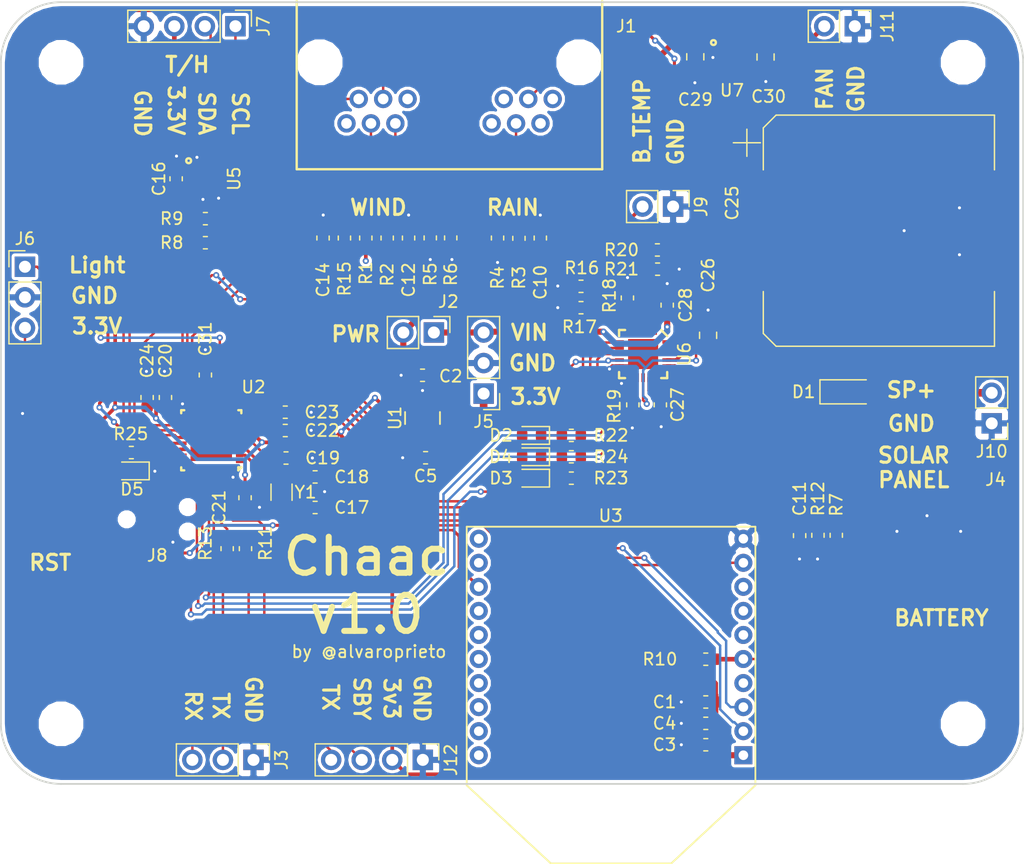
<source format=kicad_pcb>
(kicad_pcb (version 20171130) (host pcbnew 5.0.2-bee76a0~70~ubuntu18.04.1)
  (title_block (title Chaac) (date 2019-01-03) (rev 1.0) (company @alvaroprieto))
  (layers (0 F.Cu signal) (31 B.Cu signal) (34 B.Paste user) (35 F.Paste user) (36 B.SilkS user) (37 F.SilkS user) (38 B.Mask user) (39 F.Mask user) (44 Edge.Cuts user))
  (net 0 "")
  (net 1 GND)
  (net 2 +3V3)
  (net 3 "Net-(J1-Pad1)")
  (net 4 "Net-(J1-Pad2)")
  (net 5 "Net-(J1-Pad3)")
  (net 6 "Net-(J1-Pad4)")
  (net 7 "Net-(J1-Pad5)")
  (net 8 "Net-(J1-Pad6)")
  (net 9 /SCL)
  (net 10 /SDA)
  (net 11 /LIGHT)
  (net 12 /RAIN)
  (net 13 /WDIR)
  (net 14 /WSPEED)
  (net 15 /XB_nRST)
  (net 16 "Net-(U1-Pad4)")
  (net 17 /XB_RX)
  (net 18 /XB_TX)
  (net 19 /XB_ON)
  (net 20 "Net-(U2-Pad25)")
  (net 21 "Net-(U3-Pad4)")
  (net 22 "Net-(U3-Pad6)")
  (net 23 "Net-(U3-Pad7)")
  (net 24 "Net-(U3-Pad8)")
  (net 25 "Net-(U3-Pad11)")
  (net 26 "Net-(U3-Pad12)")
  (net 27 "Net-(U3-Pad14)")
  (net 28 "Net-(U3-Pad15)")
  (net 29 "Net-(U3-Pad16)")
  (net 30 "Net-(U3-Pad17)")
  (net 31 "Net-(U3-Pad18)")
  (net 32 "Net-(U3-Pad19)")
  (net 33 "Net-(U3-Pad20)")
  (net 34 "Net-(C2-Pad1)")
  (net 35 /GPS_SBY)
  (net 36 "Net-(J1-Pad11)")
  (net 37 "Net-(J1-Pad10)")
  (net 38 "Net-(J1-Pad8)")
  (net 39 "Net-(J1-Pad9)")
  (net 40 /XB_nSBY)
  (net 41 "Net-(J1-Pad12)")
  (net 42 "Net-(J1-Pad7)")
  (net 43 "Net-(C17-Pad1)")
  (net 44 "Net-(C18-Pad1)")
  (net 45 /nRST)
  (net 46 /MCP_VIN)
  (net 47 /VBATT)
  (net 48 /VIN)
  (net 49 /FAN)
  (net 50 /SOLAR_IN)
  (net 51 "Net-(D2-Pad1)")
  (net 52 "Net-(D3-Pad1)")
  (net 53 "Net-(D4-Pad1)")
  (net 54 "Net-(D5-Pad2)")
  (net 55 /UART_RX)
  (net 56 /SWDIO)
  (net 57 /SWCLK)
  (net 58 "Net-(J8-Pad6)")
  (net 59 "Net-(J9-Pad2)")
  (net 60 /BATT)
  (net 61 /UART_TX)
  (net 62 "Net-(R18-Pad2)")
  (net 63 "Net-(R19-Pad2)")
  (net 64 "Net-(R20-Pad1)")
  (net 65 /LED1)
  (net 66 /FAN_EN)
  (net 67 "Net-(U7-Pad5)")
  (net 68 "Net-(J3-Pad2)")
  (net 69 /GPS_TX)
  (net 70 /WDIR_EN)
  (net 71 /nPG)
  (net 72 /STAT1)
  (net 73 /STAT2)
  (module alvarop:XBEE_S2C_TH (layer F.Cu) (at 145.732 98.614)
    (fp_text reference U3 (at -0.032 -10.914) (layer F.SilkS))
    (fp_text value XBEE_S2C)
    (pad 1 thru_hole rect (at 11 9) (size 1.5 1.5) (drill 0.8) (layers *.Cu *.Mask) (net 2 +3V3))
    (pad 2 thru_hole circle (at 11 7) (size 1.5 1.5) (drill 0.8) (layers *.Cu *.Mask) (net 18 /XB_TX))
    (pad 3 thru_hole circle (at 11 5) (size 1.5 1.5) (drill 0.8) (layers *.Cu *.Mask) (net 17 /XB_RX))
    (pad 4 thru_hole circle (at 11 3) (size 1.5 1.5) (drill 0.8) (layers *.Cu *.Mask) (net 21 "Net-(U3-Pad4)"))
    (pad 5 thru_hole circle (at 11 1) (size 1.5 1.5) (drill 0.8) (layers *.Cu *.Mask) (net 15 /XB_nRST))
    (pad 6 thru_hole circle (at 11 -1) (size 1.5 1.5) (drill 0.8) (layers *.Cu *.Mask) (net 22 "Net-(U3-Pad6)"))
    (pad 7 thru_hole circle (at 11 -3) (size 1.5 1.5) (drill 0.8) (layers *.Cu *.Mask) (net 23 "Net-(U3-Pad7)"))
    (pad 8 thru_hole circle (at 11 -5) (size 1.5 1.5) (drill 0.8) (layers *.Cu *.Mask) (net 24 "Net-(U3-Pad8)"))
    (pad 9 thru_hole circle (at 11 -7) (size 1.5 1.5) (drill 0.8) (layers *.Cu *.Mask) (net 40 /XB_nSBY))
    (pad 10 thru_hole circle (at 11 -9) (size 1.5 1.5) (drill 0.8) (layers *.Cu *.Mask) (net 1 GND))
    (pad 11 thru_hole circle (at -11 -9) (size 1.5 1.5) (drill 0.8) (layers *.Cu *.Mask) (net 25 "Net-(U3-Pad11)"))
    (pad 12 thru_hole circle (at -11 -7) (size 1.5 1.5) (drill 0.8) (layers *.Cu *.Mask) (net 26 "Net-(U3-Pad12)"))
    (pad 13 thru_hole circle (at -11 -5) (size 1.5 1.5) (drill 0.8) (layers *.Cu *.Mask) (net 19 /XB_ON))
    (pad 14 thru_hole circle (at -11 -3) (size 1.5 1.5) (drill 0.8) (layers *.Cu *.Mask) (net 27 "Net-(U3-Pad14)"))
    (pad 15 thru_hole circle (at -11 -1) (size 1.5 1.5) (drill 0.8) (layers *.Cu *.Mask) (net 28 "Net-(U3-Pad15)"))
    (pad 16 thru_hole circle (at -11 1) (size 1.5 1.5) (drill 0.8) (layers *.Cu *.Mask) (net 29 "Net-(U3-Pad16)"))
    (pad 17 thru_hole circle (at -11 3) (size 1.5 1.5) (drill 0.8) (layers *.Cu *.Mask) (net 30 "Net-(U3-Pad17)"))
    (pad 18 thru_hole circle (at -11 5) (size 1.5 1.5) (drill 0.8) (layers *.Cu *.Mask) (net 31 "Net-(U3-Pad18)"))
    (pad 19 thru_hole circle (at -11 7) (size 1.5 1.5) (drill 0.8) (layers *.Cu *.Mask) (net 32 "Net-(U3-Pad19)"))
    (pad 20 thru_hole circle (at -11 9) (size 1.5 1.5) (drill 0.8) (layers *.Cu *.Mask) (net 33 "Net-(U3-Pad20)"))
  )
  (module MountingHole:MountingHole_3.2mm_M3 (layer F.Cu) (at 175 50)
    (fp_text reference REF** hide)
    (fp_text value MountingHole_3.2mm_M3)
    (pad 1 np_thru_hole circle (at 0 0) (size 3.2 3.2) (drill 3.2) (layers *.Cu *.Mask))
  )
  (module MountingHole:MountingHole_3.2mm_M3 (layer F.Cu) (at 175 105)
    (fp_text reference REF** hide)
    (fp_text value MountingHole_3.2mm_M3)
    (pad 1 np_thru_hole circle (at 0 0) (size 3.2 3.2) (drill 3.2) (layers *.Cu *.Mask))
  )
  (module MountingHole:MountingHole_3.2mm_M3 (layer F.Cu) (at 100 105)
    (fp_text reference REF** hide)
    (fp_text value MountingHole_3.2mm_M3)
    (pad 1 np_thru_hole circle (at 0 0) (size 3.2 3.2) (drill 3.2) (layers *.Cu *.Mask))
  )
  (module alvarop:XCL102 (layer F.Cu) (at 155.845671 49.558814 270)
    (fp_text reference U7 (at 2.777186 0.061671 180) (layer F.SilkS))
    (fp_text value XCL102)
    (pad 2 smd rect (at 0 0 270) (size 1.5 1.1) (layers F.Cu F.Mask) (net 1 GND))
    (pad 1 smd rect (at -0.55 0.9375 270) (size 0.35 0.375) (layers F.Cu F.Mask) (net 34 "Net-(C2-Pad1)"))
    (pad 2 smd rect (at 0 0.9375 270) (size 0.35 0.375) (layers F.Cu F.Mask) (net 1 GND))
    (pad 3 smd rect (at 0.55 0.9375 270) (size 0.35 0.375) (layers F.Cu F.Mask) (net 66 /FAN_EN))
    (pad 4 smd rect (at 0.55 -0.9375 270) (size 0.35 0.375) (layers F.Cu F.Mask) (net 1 GND))
    (pad 5 smd rect (at 0 -0.9375 270) (size 0.35 0.375) (layers F.Cu F.Mask) (net 67 "Net-(U7-Pad5)"))
    (pad 6 smd rect (at -0.55 -0.9375 270) (size 0.35 0.375) (layers F.Cu F.Mask) (net 49 /FAN))
    (pad 1 smd rect (at -0.55 0.9375 270) (size 0.3 0.3) (layers F.Cu F.Paste) (net 34 "Net-(C2-Pad1)"))
    (pad 2 smd rect (at 0 0.9375 270) (size 0.3 0.3) (layers F.Cu F.Paste) (net 1 GND))
    (pad 3 smd rect (at 0.55 0.9375 270) (size 0.3 0.3) (layers F.Cu F.Paste) (net 66 /FAN_EN))
    (pad 6 smd rect (at -0.55 -0.9375 270) (size 0.3 0.3) (layers F.Cu F.Paste) (net 49 /FAN))
    (pad 4 smd rect (at 0.55 -0.9375 270) (size 0.3 0.3) (layers F.Cu F.Paste) (net 1 GND))
    (pad 5 smd rect (at 0 -0.9375 270) (size 0.3 0.3) (layers F.Cu F.Paste) (net 67 "Net-(U7-Pad5)"))
    (pad 7 smd rect (at -1.275 0 270) (size 0.35 2.1) (layers F.Cu F.Mask) (net 34 "Net-(C2-Pad1)"))
    (pad 8 smd rect (at 1.275 0 270) (size 0.35 2.1) (layers F.Cu F.Mask) (net 67 "Net-(U7-Pad5)"))
    (pad 7 smd rect (at -1.275 0 270) (size 0.275 2.05) (layers F.Cu F.Paste) (net 34 "Net-(C2-Pad1)"))
    (pad 8 smd rect (at 1.275 0 270) (size 0.275 2.05) (layers F.Cu F.Paste) (net 67 "Net-(U7-Pad5)"))
    (pad 2 smd rect (at -0.45 0 270) (size 0.4 0.9) (layers F.Cu F.Paste) (net 1 GND))
    (pad 2 smd rect (at 0.45 0 270) (size 0.4 0.9) (layers F.Cu F.Paste) (net 1 GND))
  )
  (module alvarop:043814-6621 (layer F.Cu) (at 132.295 50 180)
    (fp_text reference J1 (at -14.705 3 180) (layer F.SilkS))
    (fp_text value windrain)
    (pad 12 thru_hole circle (at 8.5598 -5.08 180) (size 1.524 1.524) (drill 0.889) (layers *.Cu *.Mask) (net 41 "Net-(J1-Pad12)"))
    (pad 11 thru_hole circle (at 7.5438 -3.048 180) (size 1.524 1.524) (drill 0.889) (layers *.Cu *.Mask) (net 36 "Net-(J1-Pad11)"))
    (pad 10 thru_hole circle (at 6.5278 -5.08 180) (size 1.524 1.524) (drill 0.889) (layers *.Cu *.Mask) (net 37 "Net-(J1-Pad10)"))
    (pad 9 thru_hole circle (at 5.5118 -3.048 180) (size 1.524 1.524) (drill 0.889) (layers *.Cu *.Mask) (net 39 "Net-(J1-Pad9)"))
    (pad 8 thru_hole circle (at 4.4958 -5.08 180) (size 1.524 1.524) (drill 0.889) (layers *.Cu *.Mask) (net 38 "Net-(J1-Pad8)"))
    (pad 7 thru_hole circle (at 3.4798 -3.048 180) (size 1.524 1.524) (drill 0.889) (layers *.Cu *.Mask) (net 42 "Net-(J1-Pad7)"))
    (pad 6 thru_hole circle (at -3.5052 -5.08 180) (size 1.524 1.524) (drill 0.889) (layers *.Cu *.Mask) (net 8 "Net-(J1-Pad6)"))
    (pad 5 thru_hole circle (at -4.5212 -3.048 180) (size 1.524 1.524) (drill 0.889) (layers *.Cu *.Mask) (net 7 "Net-(J1-Pad5)"))
    (pad 4 thru_hole circle (at -5.5372 -5.08 180) (size 1.524 1.524) (drill 0.889) (layers *.Cu *.Mask) (net 6 "Net-(J1-Pad4)"))
    (pad 3 thru_hole circle (at -6.5532 -3.048 180) (size 1.524 1.524) (drill 0.889) (layers *.Cu *.Mask) (net 5 "Net-(J1-Pad3)"))
    (pad 2 thru_hole circle (at -7.5692 -5.08 180) (size 1.524 1.524) (drill 0.889) (layers *.Cu *.Mask) (net 4 "Net-(J1-Pad2)"))
    (pad 1 thru_hole circle (at -8.5852 -3.048 180) (size 1.524 1.524) (drill 0.889) (layers *.Cu *.Mask) (net 3 "Net-(J1-Pad1)"))
    (pad "" np_thru_hole circle (at 10.795 0 180) (size 3.302 3.302) (drill 3.302) (layers *.Cu *.Mask))
    (pad "" np_thru_hole circle (at -10.795 0 180) (size 3.302 3.302) (drill 3.302) (layers *.Cu *.Mask))
  )
  (module Capacitor_SMD:C_0603_1608Metric (layer F.Cu) (at 153.606 103.186 180)
    (fp_text reference C1 (at 3.429 0 180) (layer F.SilkS))
    (fp_text value 1uF)
    (pad 2 smd roundrect (at 0.7875 0 180) (size 0.875 0.95) (layers F.Cu F.Paste F.Mask) (net 1 GND))
    (pad 1 smd roundrect (at -0.7875 0 180) (size 0.875 0.95) (layers F.Cu F.Paste F.Mask) (net 2 +3V3))
  )
  (module Capacitor_SMD:C_0603_1608Metric (layer F.Cu) (at 130.056 76.022 180)
    (fp_text reference C2 (at -2.344 -0.078 180) (layer F.SilkS))
    (fp_text value 1uF)
    (pad 1 smd roundrect (at -0.7875 0 180) (size 0.875 0.95) (layers F.Cu F.Paste F.Mask) (net 34 "Net-(C2-Pad1)"))
    (pad 2 smd roundrect (at 0.7875 0 180) (size 0.875 0.95) (layers F.Cu F.Paste F.Mask) (net 1 GND))
  )
  (module Capacitor_SMD:C_0603_1608Metric (layer F.Cu) (at 153.606 106.742 180)
    (fp_text reference C3 (at 3.429 0 180) (layer F.SilkS))
    (fp_text value 8.2pF)
    (pad 1 smd roundrect (at -0.7875 0 180) (size 0.875 0.95) (layers F.Cu F.Paste F.Mask) (net 2 +3V3))
    (pad 2 smd roundrect (at 0.7875 0 180) (size 0.875 0.95) (layers F.Cu F.Paste F.Mask) (net 1 GND))
  )
  (module Capacitor_SMD:C_0603_1608Metric (layer F.Cu) (at 153.606 104.964 180)
    (fp_text reference C4 (at 3.429 0 180) (layer F.SilkS))
    (fp_text value 10uF)
    (pad 2 smd roundrect (at 0.7875 0 180) (size 0.875 0.95) (layers F.Cu F.Paste F.Mask) (net 1 GND))
    (pad 1 smd roundrect (at -0.7875 0 180) (size 0.875 0.95) (layers F.Cu F.Paste F.Mask) (net 2 +3V3))
  )
  (module Capacitor_SMD:C_0603_1608Metric (layer F.Cu) (at 130.31 82.88 180)
    (fp_text reference C5 (at 0 -1.524 180) (layer F.SilkS))
    (fp_text value 1uF)
    (pad 1 smd roundrect (at -0.7875 0 180) (size 0.875 0.95) (layers F.Cu F.Paste F.Mask) (net 2 +3V3))
    (pad 2 smd roundrect (at 0.7875 0 180) (size 0.875 0.95) (layers F.Cu F.Paste F.Mask) (net 1 GND))
  )
  (module Connector_PinHeader_2.54mm:PinHeader_1x03_P2.54mm_Vertical (layer F.Cu) (at 135.136 77.546 180)
    (fp_text reference J5 (at 0 -2.33 180) (layer F.SilkS))
    (fp_text value Power)
    (pad 3 thru_hole oval (at 0 5.08 180) (size 1.7 1.7) (drill 1) (layers *.Cu *.Mask) (net 48 /VIN))
    (pad 2 thru_hole oval (at 0 2.54 180) (size 1.7 1.7) (drill 1) (layers *.Cu *.Mask) (net 1 GND))
    (pad 1 thru_hole rect (at 0 0 180) (size 1.7 1.7) (drill 1) (layers *.Cu *.Mask) (net 2 +3V3))
  )
  (module Resistor_SMD:R_0603_1608Metric (layer F.Cu) (at 125.34 64.61 270)
    (fp_text reference R1 (at 2.921 0 270) (layer F.SilkS))
    (fp_text value 1k)
    (pad 1 smd roundrect (at -0.7875 0 270) (size 0.875 0.95) (layers F.Cu F.Paste F.Mask) (net 36 "Net-(J1-Pad11)"))
    (pad 2 smd roundrect (at 0.7875 0 270) (size 0.875 0.95) (layers F.Cu F.Paste F.Mask) (net 13 /WDIR))
  )
  (module Resistor_SMD:R_0603_1608Metric (layer F.Cu) (at 127.118 64.61 90)
    (fp_text reference R2 (at -3.048 0 90) (layer F.SilkS))
    (fp_text value 1k)
    (pad 2 smd roundrect (at 0.7875 0 90) (size 0.875 0.95) (layers F.Cu F.Paste F.Mask) (net 37 "Net-(J1-Pad10)"))
    (pad 1 smd roundrect (at -0.7875 0 90) (size 0.875 0.95) (layers F.Cu F.Paste F.Mask) (net 14 /WSPEED))
  )
  (module Resistor_SMD:R_0603_1608Metric (layer F.Cu) (at 138.072 64.6355 90)
    (fp_text reference R3 (at -3.2765 0 90) (layer F.SilkS))
    (fp_text value 1k)
    (pad 1 smd roundrect (at -0.7875 0 90) (size 0.875 0.95) (layers F.Cu F.Paste F.Mask) (net 12 /RAIN))
    (pad 2 smd roundrect (at 0.7875 0 90) (size 0.875 0.95) (layers F.Cu F.Paste F.Mask) (net 5 "Net-(J1-Pad3)"))
  )
  (module Resistor_SMD:R_0603_1608Metric (layer F.Cu) (at 136.294 64.61 270)
    (fp_text reference R4 (at 3.302 0 270) (layer F.SilkS))
    (fp_text value 1k)
    (pad 2 smd roundrect (at 0.7875 0 270) (size 0.875 0.95) (layers F.Cu F.Paste F.Mask) (net 1 GND))
    (pad 1 smd roundrect (at -0.7875 0 270) (size 0.875 0.95) (layers F.Cu F.Paste F.Mask) (net 6 "Net-(J1-Pad4)"))
  )
  (module Resistor_SMD:R_0603_1608Metric (layer F.Cu) (at 130.7 64.6 90)
    (fp_text reference R5 (at -3.0225 0 90) (layer F.SilkS))
    (fp_text value 1k)
    (pad 1 smd roundrect (at -0.7875 0 90) (size 0.875 0.95) (layers F.Cu F.Paste F.Mask) (net 1 GND))
    (pad 2 smd roundrect (at 0.7875 0 90) (size 0.875 0.95) (layers F.Cu F.Paste F.Mask) (net 38 "Net-(J1-Pad8)"))
  )
  (module Resistor_SMD:R_0603_1608Metric (layer F.Cu) (at 132.4 64.6 90)
    (fp_text reference R6 (at -3.0225 0 90) (layer F.SilkS))
    (fp_text value 1k)
    (pad 2 smd roundrect (at 0.7875 0 90) (size 0.875 0.95) (layers F.Cu F.Paste F.Mask) (net 39 "Net-(J1-Pad9)"))
    (pad 1 smd roundrect (at -0.7875 0 90) (size 0.875 0.95) (layers F.Cu F.Paste F.Mask) (net 1 GND))
  )
  (module Resistor_SMD:R_0603_1608Metric (layer F.Cu) (at 164.458 89.328 270)
    (fp_text reference R7 (at -2.54 0 270) (layer F.SilkS))
    (fp_text value 100k)
    (pad 2 smd roundrect (at 0.7875 0 270) (size 0.875 0.95) (layers F.Cu F.Paste F.Mask) (net 47 /VBATT))
    (pad 1 smd roundrect (at -0.7875 0 270) (size 0.875 0.95) (layers F.Cu F.Paste F.Mask) (net 60 /BATT))
  )
  (module Resistor_SMD:R_0603_1608Metric (layer F.Cu) (at 112 65 180)
    (fp_text reference R8 (at 2.794 0 180) (layer F.SilkS))
    (fp_text value 4.7k)
    (pad 2 smd roundrect (at 0.7875 0 180) (size 0.875 0.95) (layers F.Cu F.Paste F.Mask) (net 2 +3V3))
    (pad 1 smd roundrect (at -0.7875 0 180) (size 0.875 0.95) (layers F.Cu F.Paste F.Mask) (net 9 /SCL))
  )
  (module Resistor_SMD:R_0603_1608Metric (layer F.Cu) (at 112 63 180)
    (fp_text reference R9 (at 2.794 0 180) (layer F.SilkS))
    (fp_text value 4.7k)
    (pad 1 smd roundrect (at -0.7875 0 180) (size 0.875 0.95) (layers F.Cu F.Paste F.Mask) (net 10 /SDA))
    (pad 2 smd roundrect (at 0.7875 0 180) (size 0.875 0.95) (layers F.Cu F.Paste F.Mask) (net 2 +3V3))
  )
  (module Resistor_SMD:R_0603_1608Metric (layer F.Cu) (at 153.606 99.63 180)
    (fp_text reference R10 (at 3.81 0 180) (layer F.SilkS))
    (fp_text value 10k)
    (pad 1 smd roundrect (at -0.7875 0 180) (size 0.875 0.95) (layers F.Cu F.Paste F.Mask) (net 15 /XB_nRST))
    (pad 2 smd roundrect (at 0.7875 0 180) (size 0.875 0.95) (layers F.Cu F.Paste F.Mask) (net 2 +3V3))
  )
  (module "alvarop:SOT-23(M5)" (layer F.Cu) (at 130.056 79.578)
    (fp_text reference U1 (at -2.286 0 90) (layer F.SilkS))
    (fp_text value MIC550X hide)
    (pad 5 smd rect (at 0.95 1.315) (size 0.66 1) (layers F.Cu F.Paste F.Mask) (net 2 +3V3))
    (pad 4 smd rect (at -0.95 1.315) (size 0.66 1) (layers F.Cu F.Paste F.Mask) (net 16 "Net-(U1-Pad4)"))
    (pad 3 smd rect (at -0.95 -1.315) (size 0.66 1) (layers F.Cu F.Paste F.Mask) (net 34 "Net-(C2-Pad1)"))
    (pad 2 smd rect (at 0 -1.315) (size 0.66 1) (layers F.Cu F.Paste F.Mask) (net 1 GND))
    (pad 1 smd rect (at 0.95 -1.315) (size 0.66 1) (layers F.Cu F.Paste F.Mask) (net 34 "Net-(C2-Pad1)"))
  )
  (module Capacitor_SMD:C_0603_1608Metric (layer F.Cu) (at 139.85 64.61 90)
    (fp_text reference C10 (at -3.683 0 270) (layer F.SilkS))
    (fp_text value "0.01 uF")
    (pad 1 smd roundrect (at -0.7875 0 90) (size 0.875 0.95) (layers F.Cu F.Paste F.Mask) (net 12 /RAIN))
    (pad 2 smd roundrect (at 0.7875 0 90) (size 0.875 0.95) (layers F.Cu F.Paste F.Mask) (net 1 GND))
  )
  (module Capacitor_SMD:C_0603_1608Metric (layer F.Cu) (at 128.896 64.61 90)
    (fp_text reference C12 (at -3.49 0.004 90) (layer F.SilkS))
    (fp_text value "0.01 uF")
    (pad 2 smd roundrect (at 0.7875 0 90) (size 0.875 0.95) (layers F.Cu F.Paste F.Mask) (net 1 GND))
    (pad 1 smd roundrect (at -0.7875 0 90) (size 0.875 0.95) (layers F.Cu F.Paste F.Mask) (net 14 /WSPEED))
  )
  (module Capacitor_SMD:C_0603_1608Metric (layer F.Cu) (at 121.784 64.61 90)
    (fp_text reference C14 (at -3.49 0 90) (layer F.SilkS))
    (fp_text value "0.01 uF")
    (pad 1 smd roundrect (at -0.7875 0 90) (size 0.875 0.95) (layers F.Cu F.Paste F.Mask) (net 13 /WDIR))
    (pad 2 smd roundrect (at 0.7875 0 90) (size 0.875 0.95) (layers F.Cu F.Paste F.Mask) (net 1 GND))
  )
  (module Connector_PinHeader_2.54mm:PinHeader_1x02_P2.54mm_Vertical (layer F.Cu) (at 131 72.466 270)
    (fp_text reference J2 (at -2.566 -1.2) (layer F.SilkS))
    (fp_text value Conn_01x02)
    (pad 1 thru_hole rect (at 0 0 270) (size 1.7 1.7) (drill 1) (layers *.Cu *.Mask) (net 48 /VIN))
    (pad 2 thru_hole oval (at 0 2.54 270) (size 1.7 1.7) (drill 1) (layers *.Cu *.Mask) (net 34 "Net-(C2-Pad1)"))
  )
  (module Capacitor_SMD:C_0603_1608Metric (layer F.Cu) (at 109.57 59.684 90)
    (fp_text reference C16 (at 0 -1.43 90) (layer F.SilkS))
    (fp_text value 0.1uF)
    (pad 2 smd roundrect (at 0.7875 0 90) (size 0.875 0.95) (layers F.Cu F.Paste F.Mask) (net 1 GND))
    (pad 1 smd roundrect (at -0.7875 0 90) (size 0.875 0.95) (layers F.Cu F.Paste F.Mask) (net 2 +3V3))
  )
  (module Capacitor_SMD:C_0603_1608Metric (layer F.Cu) (at 121.126965 87.01408)
    (fp_text reference C17 (at 3.048 0) (layer F.SilkS))
    (fp_text value 6pF)
    (pad 1 smd roundrect (at -0.7875 0) (size 0.875 0.95) (layers F.Cu F.Paste F.Mask) (net 43 "Net-(C17-Pad1)"))
    (pad 2 smd roundrect (at 0.7875 0) (size 0.875 0.95) (layers F.Cu F.Paste F.Mask) (net 1 GND))
  )
  (module Capacitor_SMD:C_0603_1608Metric (layer F.Cu) (at 121.126965 84.47408)
    (fp_text reference C18 (at 3.048 0) (layer F.SilkS))
    (fp_text value 6pF)
    (pad 2 smd roundrect (at 0.7875 0) (size 0.875 0.95) (layers F.Cu F.Paste F.Mask) (net 1 GND))
    (pad 1 smd roundrect (at -0.7875 0) (size 0.875 0.95) (layers F.Cu F.Paste F.Mask) (net 44 "Net-(C18-Pad1)"))
  )
  (module Capacitor_SMD:C_0603_1608Metric (layer F.Cu) (at 118.706 82.902)
    (fp_text reference C19 (at 3.048 0) (layer F.SilkS))
    (fp_text value 0.1uF)
    (pad 1 smd roundrect (at -0.7875 0) (size 0.875 0.95) (layers F.Cu F.Paste F.Mask) (net 45 /nRST))
    (pad 2 smd roundrect (at 0.7875 0) (size 0.875 0.95) (layers F.Cu F.Paste F.Mask) (net 1 GND))
  )
  (module Capacitor_SMD:C_0603_1608Metric (layer F.Cu) (at 108.680965 77.87008 90)
    (fp_text reference C20 (at 3.048 0 90) (layer F.SilkS))
    (fp_text value 0.1uF)
    (pad 1 smd roundrect (at -0.7875 0 90) (size 0.875 0.95) (layers F.Cu F.Paste F.Mask) (net 2 +3V3))
    (pad 2 smd roundrect (at 0.7875 0 90) (size 0.875 0.95) (layers F.Cu F.Paste F.Mask) (net 1 GND))
  )
  (module Capacitor_SMD:C_0603_1608Metric (layer F.Cu) (at 115.3 86.204 270)
    (fp_text reference C21 (at 0.796 2.15 270) (layer F.SilkS))
    (fp_text value 0.1uF)
    (pad 1 smd roundrect (at -0.7875 0 270) (size 0.875 0.95) (layers F.Cu F.Paste F.Mask) (net 2 +3V3))
    (pad 2 smd roundrect (at 0.7875 0 270) (size 0.875 0.95) (layers F.Cu F.Paste F.Mask) (net 1 GND))
  )
  (module Capacitor_SMD:C_0603_1608Metric (layer F.Cu) (at 118.644 80.616)
    (fp_text reference C22 (at 3.048 0) (layer F.SilkS))
    (fp_text value "0.01 uF")
    (pad 2 smd roundrect (at 0.7875 0) (size 0.875 0.95) (layers F.Cu F.Paste F.Mask) (net 1 GND))
    (pad 1 smd roundrect (at -0.7875 0) (size 0.875 0.95) (layers F.Cu F.Paste F.Mask) (net 2 +3V3))
  )
  (module Capacitor_SMD:C_0603_1608Metric (layer F.Cu) (at 118.644 79.092)
    (fp_text reference C23 (at 3.048 0 180) (layer F.SilkS))
    (fp_text value 0.1uF)
    (pad 2 smd roundrect (at 0.7875 0) (size 0.875 0.95) (layers F.Cu F.Paste F.Mask) (net 1 GND))
    (pad 1 smd roundrect (at -0.7875 0) (size 0.875 0.95) (layers F.Cu F.Paste F.Mask) (net 2 +3V3))
  )
  (module Capacitor_SMD:C_0603_1608Metric (layer F.Cu) (at 107.156965 77.87008 90)
    (fp_text reference C24 (at 3.048 0 90) (layer F.SilkS))
    (fp_text value 4.7uF)
    (pad 1 smd roundrect (at -0.7875 0 90) (size 0.875 0.95) (layers F.Cu F.Paste F.Mask) (net 2 +3V3))
    (pad 2 smd roundrect (at 0.7875 0 90) (size 0.875 0.95) (layers F.Cu F.Paste F.Mask) (net 1 GND))
  )
  (module alvarop:CP_Elec_18x16.5 (layer F.Cu) (at 168 64)
    (fp_text reference C25 (at -12.2 -2.3 270) (layer F.SilkS))
    (fp_text value 4700uF)
    (pad 1 smd roundrect (at -6.75 0) (size 7.5 2.5) (layers F.Cu F.Paste F.Mask) (roundrect_rratio 0.028) (net 46 /MCP_VIN))
    (pad 2 smd roundrect (at 6.75 0) (size 7.5 2.5) (layers F.Cu F.Paste F.Mask) (roundrect_rratio 0.028) (net 1 GND))
  )
  (module Capacitor_SMD:C_0805_2012Metric (layer F.Cu) (at 153.8 72.7 90)
    (fp_text reference C26 (at 5 0 90) (layer F.SilkS))
    (fp_text value 10uF)
    (pad 1 smd roundrect (at -0.9375 0 90) (size 0.975 1.4) (layers F.Cu F.Paste F.Mask) (net 46 /MCP_VIN))
    (pad 2 smd roundrect (at 0.9375 0 90) (size 0.975 1.4) (layers F.Cu F.Paste F.Mask) (net 1 GND))
  )
  (module Capacitor_SMD:C_0603_1608Metric (layer F.Cu) (at 149.828 78.48 270)
    (fp_text reference C27 (at 0 -1.43 270) (layer F.SilkS))
    (fp_text value 4.7uF)
    (pad 2 smd roundrect (at 0.7875 0 270) (size 0.875 0.95) (layers F.Cu F.Paste F.Mask) (net 1 GND))
    (pad 1 smd roundrect (at -0.7875 0 270) (size 0.875 0.95) (layers F.Cu F.Paste F.Mask) (net 47 /VBATT))
  )
  (module Capacitor_SMD:C_0603_1608Metric (layer F.Cu) (at 150.4 70.192 90)
    (fp_text reference C28 (at 0 1.524 90) (layer F.SilkS))
    (fp_text value 4.7uF)
    (pad 1 smd roundrect (at -0.7875 0 90) (size 0.875 0.95) (layers F.Cu F.Paste F.Mask) (net 48 /VIN))
    (pad 2 smd roundrect (at 0.7875 0 90) (size 0.875 0.95) (layers F.Cu F.Paste F.Mask) (net 1 GND))
  )
  (module Capacitor_SMD:C_0805_2012Metric (layer F.Cu) (at 152.736 49.542 270)
    (fp_text reference C29 (at 3.556 0) (layer F.SilkS))
    (fp_text value 10uF)
    (pad 2 smd roundrect (at 0.9375 0 270) (size 0.975 1.4) (layers F.Cu F.Paste F.Mask) (net 1 GND))
    (pad 1 smd roundrect (at -0.9375 0 270) (size 0.975 1.4) (layers F.Cu F.Paste F.Mask) (net 34 "Net-(C2-Pad1)"))
  )
  (module Capacitor_SMD:C_0805_2012Metric (layer F.Cu) (at 158.578 49.558814 270)
    (fp_text reference C30 (at 3.285186 -0.254) (layer F.SilkS))
    (fp_text value 10uF)
    (pad 1 smd roundrect (at -0.9375 0 270) (size 0.975 1.4) (layers F.Cu F.Paste F.Mask) (net 49 /FAN))
    (pad 2 smd roundrect (at 0.9375 0 270) (size 0.975 1.4) (layers F.Cu F.Paste F.Mask) (net 1 GND))
  )
  (module Diode_SMD:D_SOD-123F (layer F.Cu) (at 165.3 77.4)
    (fp_text reference D1 (at -3.556 0) (layer F.SilkS))
    (fp_text value MBR120VLSFT1G)
    (pad 1 smd rect (at -1.4 0) (size 1.1 1.1) (layers F.Cu F.Paste F.Mask) (net 46 /MCP_VIN))
    (pad 2 smd rect (at 1.4 0) (size 1.1 1.1) (layers F.Cu F.Paste F.Mask) (net 50 /SOLAR_IN))
  )
  (module LED_SMD:LED_0603_1608Metric (layer F.Cu) (at 139.126567 81.021623 180)
    (fp_text reference D2 (at 2.54 0 180) (layer F.SilkS))
    (fp_text value LED_ALT)
    (pad 2 smd roundrect (at 0.7875 0 180) (size 0.875 0.95) (layers F.Cu F.Paste F.Mask) (net 46 /MCP_VIN))
    (pad 1 smd roundrect (at -0.7875 0 180) (size 0.875 0.95) (layers F.Cu F.Paste F.Mask) (net 51 "Net-(D2-Pad1)"))
  )
  (module LED_SMD:LED_0603_1608Metric (layer F.Cu) (at 139.126567 84.577623 180)
    (fp_text reference D3 (at 2.54 0 180) (layer F.SilkS))
    (fp_text value LED_ALT)
    (pad 1 smd roundrect (at -0.7875 0 180) (size 0.875 0.95) (layers F.Cu F.Paste F.Mask) (net 52 "Net-(D3-Pad1)"))
    (pad 2 smd roundrect (at 0.7875 0 180) (size 0.875 0.95) (layers F.Cu F.Paste F.Mask) (net 46 /MCP_VIN))
  )
  (module LED_SMD:LED_0603_1608Metric (layer F.Cu) (at 139.126567 82.799623 180)
    (fp_text reference D4 (at 2.5655 0 180) (layer F.SilkS))
    (fp_text value LED_ALT)
    (pad 1 smd roundrect (at -0.7875 0 180) (size 0.875 0.95) (layers F.Cu F.Paste F.Mask) (net 53 "Net-(D4-Pad1)"))
    (pad 2 smd roundrect (at 0.7875 0 180) (size 0.875 0.95) (layers F.Cu F.Paste F.Mask) (net 46 /MCP_VIN))
  )
  (module LED_SMD:LED_0603_1608Metric (layer F.Cu) (at 105.845935 83.97314 180)
    (fp_text reference D5 (at -0.054065 -1.52686 180) (layer F.SilkS))
    (fp_text value LED_ALT)
    (pad 2 smd roundrect (at 0.7875 0 180) (size 0.875 0.95) (layers F.Cu F.Paste F.Mask) (net 54 "Net-(D5-Pad2)"))
    (pad 1 smd roundrect (at -0.7875 0 180) (size 0.875 0.95) (layers F.Cu F.Paste F.Mask) (net 1 GND))
  )
  (module Connector_PinHeader_2.54mm:PinHeader_1x03_P2.54mm_Vertical (layer F.Cu) (at 116 108 270)
    (fp_text reference J3 (at 0 -2.33 270) (layer F.SilkS))
    (fp_text value UART)
    (pad 3 thru_hole oval (at 0 5.08 270) (size 1.7 1.7) (drill 1) (layers *.Cu *.Mask) (net 61 /UART_TX))
    (pad 2 thru_hole oval (at 0 2.54 270) (size 1.7 1.7) (drill 1) (layers *.Cu *.Mask) (net 68 "Net-(J3-Pad2)"))
    (pad 1 thru_hole rect (at 0 0 270) (size 1.7 1.7) (drill 1) (layers *.Cu *.Mask) (net 1 GND))
  )
  (module alvarop:S2B-PH-SM4-TB (layer F.Cu) (at 172 90 270)
    (fp_text reference J4 (at -5.3 -5.7) (layer F.SilkS))
    (fp_text value Battery)
    (pad 1 smd rect (at 1 0 270) (size 1 3.5) (layers F.Cu F.Paste F.Mask) (net 47 /VBATT))
    (pad 2 smd rect (at -1 0 270) (size 1 3.5) (layers F.Cu F.Paste F.Mask) (net 1 GND))
    (pad "" smd rect (at -3.35 -5.75 270) (size 1.5 3.4) (layers F.Cu F.Paste F.Mask))
    (pad "" smd rect (at 3.35 -5.75 270) (size 1.5 3.4) (layers F.Cu F.Paste F.Mask))
  )
  (module Connector_PinHeader_2.54mm:PinHeader_1x03_P2.54mm_Vertical (layer F.Cu) (at 97 67)
    (fp_text reference J6 (at 0 -2.33) (layer F.SilkS))
    (fp_text value Light)
    (pad 1 thru_hole rect (at 0 0) (size 1.7 1.7) (drill 1) (layers *.Cu *.Mask) (net 11 /LIGHT))
    (pad 2 thru_hole oval (at 0 2.54) (size 1.7 1.7) (drill 1) (layers *.Cu *.Mask) (net 1 GND))
    (pad 3 thru_hole oval (at 0 5.08) (size 1.7 1.7) (drill 1) (layers *.Cu *.Mask) (net 2 +3V3))
  )
  (module Connector_PinHeader_2.54mm:PinHeader_1x04_P2.54mm_Vertical (layer F.Cu) (at 114.5 47 270)
    (fp_text reference J7 (at 0 -2.33 270) (layer F.SilkS))
    (fp_text value AM2315)
    (pad 1 thru_hole rect (at 0 0 270) (size 1.7 1.7) (drill 1) (layers *.Cu *.Mask) (net 9 /SCL))
    (pad 2 thru_hole oval (at 0 2.54 270) (size 1.7 1.7) (drill 1) (layers *.Cu *.Mask) (net 10 /SDA))
    (pad 3 thru_hole oval (at 0 5.08 270) (size 1.7 1.7) (drill 1) (layers *.Cu *.Mask) (net 2 +3V3))
    (pad 4 thru_hole oval (at 0 7.62 270) (size 1.7 1.7) (drill 1) (layers *.Cu *.Mask) (net 1 GND))
  )
  (module alvarop:TC2030-NL (layer F.Cu) (at 108 88)
    (fp_text reference J8 (at 0 3) (layer F.SilkS))
    (fp_text value TC2030-CTX)
    (pad 1 smd circle (at -1.27 0.635) (size 0.7874 0.7874) (layers F.Cu F.Mask) (net 2 +3V3))
    (pad 2 smd circle (at -1.27 -0.635) (size 0.7874 0.7874) (layers F.Cu F.Mask) (net 56 /SWDIO))
    (pad 3 smd circle (at 0 0.635) (size 0.7874 0.7874) (layers F.Cu F.Mask) (net 45 /nRST))
    (pad 4 smd circle (at 0 -0.635) (size 0.7874 0.7874) (layers F.Cu F.Mask) (net 57 /SWCLK))
    (pad 5 smd circle (at 1.27 0.635) (size 0.7874 0.7874) (layers F.Cu F.Mask) (net 1 GND))
    (pad 6 smd circle (at 1.27 -0.635) (size 0.7874 0.7874) (layers F.Cu F.Mask) (net 58 "Net-(J8-Pad6)"))
    (pad "" np_thru_hole circle (at 2.54 1.016) (size 0.9906 0.9906) (drill 0.9906) (layers *.Cu *.Mask))
    (pad "" np_thru_hole circle (at 2.54 -1.016) (size 0.9906 0.9906) (drill 0.9906) (layers *.Cu *.Mask))
    (pad "" np_thru_hole circle (at -2.54 0) (size 0.9906 0.9906) (drill 0.9906) (layers *.Cu *.Mask))
  )
  (module Connector_PinHeader_2.54mm:PinHeader_1x02_P2.54mm_Vertical (layer F.Cu) (at 150.89 61.994 270)
    (fp_text reference J9 (at 0 -2.33 270) (layer F.SilkS))
    (fp_text value Therm)
    (pad 1 thru_hole rect (at 0 0 270) (size 1.7 1.7) (drill 1) (layers *.Cu *.Mask) (net 1 GND))
    (pad 2 thru_hole oval (at 0 2.54 270) (size 1.7 1.7) (drill 1) (layers *.Cu *.Mask) (net 59 "Net-(J9-Pad2)"))
  )
  (module Connector_PinHeader_2.54mm:PinHeader_1x02_P2.54mm_Vertical (layer F.Cu) (at 177.38 80.02 180)
    (fp_text reference J10 (at 0 -2.33 180) (layer F.SilkS))
    (fp_text value Therm)
    (pad 1 thru_hole rect (at 0 0 180) (size 1.7 1.7) (drill 1) (layers *.Cu *.Mask) (net 1 GND))
    (pad 2 thru_hole oval (at 0 2.54 180) (size 1.7 1.7) (drill 1) (layers *.Cu *.Mask) (net 50 /SOLAR_IN))
  )
  (module Connector_PinHeader_2.54mm:PinHeader_1x02_P2.54mm_Vertical (layer F.Cu) (at 166 47 270)
    (fp_text reference J11 (at 0 -2.7 270) (layer F.SilkS))
    (fp_text value FAN)
    (pad 2 thru_hole oval (at 0 2.54 270) (size 1.7 1.7) (drill 1) (layers *.Cu *.Mask) (net 49 /FAN))
    (pad 1 thru_hole rect (at 0 0 270) (size 1.7 1.7) (drill 1) (layers *.Cu *.Mask) (net 1 GND))
  )
  (module Resistor_SMD:R_0603_1608Metric (layer F.Cu) (at 162.934 89.328 90)
    (fp_text reference R12 (at 3.048 0 90) (layer F.SilkS))
    (fp_text value 100k)
    (pad 2 smd roundrect (at 0.7875 0 90) (size 0.875 0.95) (layers F.Cu F.Paste F.Mask) (net 60 /BATT))
    (pad 1 smd roundrect (at -0.7875 0 90) (size 0.875 0.95) (layers F.Cu F.Paste F.Mask) (net 1 GND))
  )
  (module Resistor_SMD:R_0603_1608Metric (layer F.Cu) (at 123.562 64.61 90)
    (fp_text reference R15 (at -3.39 0 90) (layer F.SilkS))
    (fp_text value 4.7k)
    (pad 2 smd roundrect (at 0.7875 0 90) (size 0.875 0.95) (layers F.Cu F.Paste F.Mask) (net 70 /WDIR_EN))
    (pad 1 smd roundrect (at -0.7875 0 90) (size 0.875 0.95) (layers F.Cu F.Paste F.Mask) (net 13 /WDIR))
  )
  (module Resistor_SMD:R_0603_1608Metric (layer F.Cu) (at 143.234 68.626 180)
    (fp_text reference R16 (at -0.066 1.526 180) (layer F.SilkS))
    (fp_text value 150k)
    (pad 1 smd roundrect (at -0.7875 0 180) (size 0.875 0.95) (layers F.Cu F.Paste F.Mask) (net 59 "Net-(J9-Pad2)"))
    (pad 2 smd roundrect (at 0.7875 0 180) (size 0.875 0.95) (layers F.Cu F.Paste F.Mask) (net 1 GND))
  )
  (module Resistor_SMD:R_0603_1608Metric (layer F.Cu) (at 143.234 70.404 180)
    (fp_text reference R17 (at 0.134 -1.596 180) (layer F.SilkS))
    (fp_text value 10k)
    (pad 2 smd roundrect (at 0.7875 0 180) (size 0.875 0.95) (layers F.Cu F.Paste F.Mask) (net 1 GND))
    (pad 1 smd roundrect (at -0.7875 0 180) (size 0.875 0.95) (layers F.Cu F.Paste F.Mask) (net 59 "Net-(J9-Pad2)"))
  )
  (module Resistor_SMD:R_0603_1608Metric (layer F.Cu) (at 147.09 69.592 270)
    (fp_text reference R18 (at -0.192 1.49 270) (layer F.SilkS))
    (fp_text value 2k)
    (pad 1 smd roundrect (at -0.7875 0 270) (size 0.875 0.95) (layers F.Cu F.Paste F.Mask) (net 1 GND))
    (pad 2 smd roundrect (at 0.7875 0 270) (size 0.875 0.95) (layers F.Cu F.Paste F.Mask) (net 62 "Net-(R18-Pad2)"))
  )
  (module Resistor_SMD:R_0603_1608Metric (layer F.Cu) (at 147.542 78.48 90)
    (fp_text reference R19 (at -0.12 -1.542 90) (layer F.SilkS))
    (fp_text value 100k)
    (pad 2 smd roundrect (at 0.7875 0 90) (size 0.875 0.95) (layers F.Cu F.Paste F.Mask) (net 63 "Net-(R19-Pad2)"))
    (pad 1 smd roundrect (at -0.7875 0 90) (size 0.875 0.95) (layers F.Cu F.Paste F.Mask) (net 1 GND))
  )
  (module Resistor_SMD:R_0603_1608Metric (layer F.Cu) (at 149.584 65.602)
    (fp_text reference R20 (at -2.984 -0.002) (layer F.SilkS))
    (fp_text value 270k)
    (pad 1 smd roundrect (at -0.7875 0) (size 0.875 0.95) (layers F.Cu F.Paste F.Mask) (net 64 "Net-(R20-Pad1)"))
    (pad 2 smd roundrect (at 0.7875 0) (size 0.875 0.95) (layers F.Cu F.Paste F.Mask) (net 46 /MCP_VIN))
  )
  (module Resistor_SMD:R_0603_1608Metric (layer F.Cu) (at 149.6 67.2 180)
    (fp_text reference R21 (at 3 0 180) (layer F.SilkS))
    (fp_text value 100k)
    (pad 2 smd roundrect (at 0.7875 0 180) (size 0.875 0.95) (layers F.Cu F.Paste F.Mask) (net 64 "Net-(R20-Pad1)"))
    (pad 1 smd roundrect (at -0.7875 0 180) (size 0.875 0.95) (layers F.Cu F.Paste F.Mask) (net 1 GND))
  )
  (module Resistor_SMD:R_0603_1608Metric (layer F.Cu) (at 142.428567 81.021623 180)
    (fp_text reference R22 (at -3.302 0 180) (layer F.SilkS))
    (fp_text value 10k)
    (pad 2 smd roundrect (at 0.7875 0 180) (size 0.875 0.95) (layers F.Cu F.Paste F.Mask) (net 51 "Net-(D2-Pad1)"))
    (pad 1 smd roundrect (at -0.7875 0 180) (size 0.875 0.95) (layers F.Cu F.Paste F.Mask) (net 71 /nPG))
  )
  (module Resistor_SMD:R_0603_1608Metric (layer F.Cu) (at 142.428567 84.577623 180)
    (fp_text reference R23 (at -3.302 0 180) (layer F.SilkS))
    (fp_text value 10k)
    (pad 1 smd roundrect (at -0.7875 0 180) (size 0.875 0.95) (layers F.Cu F.Paste F.Mask) (net 72 /STAT1))
    (pad 2 smd roundrect (at 0.7875 0 180) (size 0.875 0.95) (layers F.Cu F.Paste F.Mask) (net 52 "Net-(D3-Pad1)"))
  )
  (module Resistor_SMD:R_0603_1608Metric (layer F.Cu) (at 142.428567 82.799623 180)
    (fp_text reference R24 (at -3.302 0 180) (layer F.SilkS))
    (fp_text value 10k)
    (pad 2 smd roundrect (at 0.7875 0 180) (size 0.875 0.95) (layers F.Cu F.Paste F.Mask) (net 53 "Net-(D4-Pad1)"))
    (pad 1 smd roundrect (at -0.7875 0 180) (size 0.875 0.95) (layers F.Cu F.Paste F.Mask) (net 73 /STAT2))
  )
  (module Resistor_SMD:R_0603_1608Metric (layer F.Cu) (at 105.845935 82.44914)
    (fp_text reference R25 (at -0.045935 -1.54914) (layer F.SilkS))
    (fp_text value 10k)
    (pad 2 smd roundrect (at 0.7875 0) (size 0.875 0.95) (layers F.Cu F.Paste F.Mask) (net 65 /LED1))
    (pad 1 smd roundrect (at -0.7875 0) (size 0.875 0.95) (layers F.Cu F.Paste F.Mask) (net 54 "Net-(D5-Pad2)"))
  )
  (module alvarop:PTS645SM43SMTR92 (layer F.Cu) (at 99 85 90)
    (fp_text reference SW1 hide)
    (fp_text value RST)
    (pad 1 smd rect (at -3.975 -2.25 90) (size 1.55 1.3) (layers F.Cu F.Paste F.Mask) (net 1 GND))
    (pad 1 smd rect (at 3.975 -2.25 90) (size 1.55 1.3) (layers F.Cu F.Paste F.Mask) (net 1 GND))
    (pad 2 smd rect (at -3.975 2.25 90) (size 1.55 1.3) (layers F.Cu F.Paste F.Mask) (net 45 /nRST))
    (pad 2 smd rect (at 3.975 2.25 90) (size 1.55 1.3) (layers F.Cu F.Paste F.Mask) (net 45 /nRST))
  )
  (module alvarop:UFQFPN32 (layer F.Cu) (at 112.490965 81.42608 180)
    (fp_text reference U2 (at -3.509035 4.42608 180) (layer F.SilkS))
    (fp_text value STM32L432)
    (pad 32 smd rect (at 0 0 180) (size 3.45 3.45) (layers F.Cu F.Paste F.Mask) (net 1 GND))
    (pad 1 smd rect (at -2.35 -1.75 270) (size 0.3 0.6) (layers F.Cu F.Paste F.Mask) (net 2 +3V3))
    (pad 2 smd rect (at -2.35 -1.25 270) (size 0.3 0.6) (layers F.Cu F.Paste F.Mask) (net 43 "Net-(C17-Pad1)"))
    (pad 3 smd rect (at -2.35 -0.75 270) (size 0.3 0.6) (layers F.Cu F.Paste F.Mask) (net 44 "Net-(C18-Pad1)"))
    (pad 4 smd rect (at -2.35 -0.25 270) (size 0.3 0.6) (layers F.Cu F.Paste F.Mask) (net 45 /nRST))
    (pad 5 smd rect (at -2.35 0.25 270) (size 0.3 0.6) (layers F.Cu F.Paste F.Mask) (net 2 +3V3))
    (pad 6 smd rect (at -2.35 0.75 270) (size 0.3 0.6) (layers F.Cu F.Paste F.Mask) (net 19 /XB_ON))
    (pad 7 smd rect (at -2.35 1.25 270) (size 0.3 0.6) (layers F.Cu F.Paste F.Mask) (net 40 /XB_nSBY))
    (pad 8 smd rect (at -2.35 1.75 270) (size 0.3 0.6) (layers F.Cu F.Paste F.Mask) (net 17 /XB_RX))
    (pad 9 smd rect (at -1.75 2.35) (size 0.3 0.6) (layers F.Cu F.Paste F.Mask) (net 18 /XB_TX))
    (pad 10 smd rect (at -1.25 2.35 180) (size 0.3 0.6) (layers F.Cu F.Paste F.Mask) (net 15 /XB_nRST))
    (pad 11 smd rect (at -0.75 2.35) (size 0.3 0.6) (layers F.Cu F.Paste F.Mask) (net 60 /BATT))
    (pad 12 smd rect (at -0.25 2.35) (size 0.3 0.6) (layers F.Cu F.Paste F.Mask) (net 11 /LIGHT))
    (pad 13 smd rect (at 0.25 2.35) (size 0.3 0.6) (layers F.Cu F.Paste F.Mask) (net 14 /WSPEED))
    (pad 14 smd rect (at 0.75 2.35) (size 0.3 0.6) (layers F.Cu F.Paste F.Mask) (net 13 /WDIR))
    (pad 15 smd rect (at 1.25 2.35) (size 0.3 0.6) (layers F.Cu F.Paste F.Mask) (net 70 /WDIR_EN))
    (pad 16 smd rect (at 1.75 2.35) (size 0.3 0.6) (layers F.Cu F.Paste F.Mask) (net 1 GND))
    (pad 17 smd rect (at 2.35 1.75 270) (size 0.3 0.6) (layers F.Cu F.Paste F.Mask) (net 2 +3V3))
    (pad 18 smd rect (at 2.35 1.25 270) (size 0.3 0.6) (layers F.Cu F.Paste F.Mask) (net 12 /RAIN))
    (pad 19 smd rect (at 2.35 0.75 270) (size 0.3 0.6) (layers F.Cu F.Paste F.Mask) (net 9 /SCL))
    (pad 20 smd rect (at 2.35 0.25 270) (size 0.3 0.6) (layers F.Cu F.Paste F.Mask) (net 10 /SDA))
    (pad 21 smd rect (at 2.35 -0.25 270) (size 0.3 0.6) (layers F.Cu F.Paste F.Mask) (net 66 /FAN_EN))
    (pad 22 smd rect (at 2.35 -0.75 270) (size 0.3 0.6) (layers F.Cu F.Paste F.Mask) (net 65 /LED1))
    (pad 23 smd rect (at 2.35 -1.25 270) (size 0.3 0.6) (layers F.Cu F.Paste F.Mask) (net 56 /SWDIO))
    (pad 24 smd rect (at 2.35 -1.75 270) (size 0.3 0.6) (layers F.Cu F.Paste F.Mask) (net 57 /SWCLK))
    (pad 25 smd rect (at 1.75 -2.35) (size 0.3 0.6) (layers F.Cu F.Paste F.Mask) (net 20 "Net-(U2-Pad25)"))
    (pad 26 smd rect (at 1.25 -2.35) (size 0.3 0.6) (layers F.Cu F.Paste F.Mask) (net 72 /STAT1))
    (pad 27 smd rect (at 0.75 -2.35) (size 0.3 0.6) (layers F.Cu F.Paste F.Mask) (net 73 /STAT2))
    (pad 28 smd rect (at 0.25 -2.35) (size 0.3 0.6) (layers F.Cu F.Paste F.Mask) (net 71 /nPG))
    (pad 29 smd rect (at -0.25 -2.35) (size 0.3 0.6) (layers F.Cu F.Paste F.Mask) (net 61 /UART_TX))
    (pad 30 smd rect (at -0.75 -2.35 180) (size 0.3 0.6) (layers F.Cu F.Paste F.Mask) (net 55 /UART_RX))
    (pad 31 smd rect (at -1.25 -2.35) (size 0.3 0.6) (layers F.Cu F.Paste F.Mask) (net 35 /GPS_SBY))
    (pad 32 smd rect (at -1.75 -2.35) (size 0.3 0.6) (layers F.Cu F.Paste F.Mask) (net 1 GND))
  )
  (module alvarop:BMP280 (layer F.Cu) (at 112.11 59.684 90)
    (fp_text reference U5 (at 0 2.286 90) (layer F.SilkS))
    (fp_text value BMP280)
    (pad 1 smd rect (at 0.8 -0.975 90) (size 0.5 0.35) (layers F.Cu F.Paste F.Mask) (net 1 GND))
    (pad 2 smd rect (at 0.8 -0.325 90) (size 0.5 0.35) (layers F.Cu F.Paste F.Mask) (net 2 +3V3))
    (pad 3 smd rect (at 0.8 0.325 90) (size 0.5 0.35) (layers F.Cu F.Paste F.Mask) (net 10 /SDA))
    (pad 4 smd rect (at 0.8 0.975 90) (size 0.5 0.35) (layers F.Cu F.Paste F.Mask) (net 9 /SCL))
    (pad 5 smd rect (at -0.8 0.975 90) (size 0.5 0.35) (layers F.Cu F.Paste F.Mask) (net 1 GND))
    (pad 6 smd rect (at -0.8 0.325 90) (size 0.5 0.35) (layers F.Cu F.Paste F.Mask) (net 2 +3V3))
    (pad 7 smd rect (at -0.8 -0.325 90) (size 0.5 0.35) (layers F.Cu F.Paste F.Mask) (net 1 GND))
    (pad 8 smd rect (at -0.8 -0.975 90) (size 0.5 0.35) (layers F.Cu F.Paste F.Mask) (net 2 +3V3))
  )
  (module alvarop:MCP73871 (layer F.Cu) (at 148.398 74.256 90)
    (fp_text reference U6 (at 0 3.429 90) (layer F.SilkS))
    (fp_text value MCP73871)
    (pad 21 smd rect (at 0 0 90) (size 2.5 2.5) (layers F.Cu F.Paste F.Mask) (net 1 GND))
    (pad 1 smd rect (at 1.965 1 90) (size 0.73 0.3) (layers F.Cu F.Paste F.Mask) (net 48 /VIN))
    (pad 2 smd rect (at 1.965 0.5 90) (size 0.73 0.3) (layers F.Cu F.Paste F.Mask) (net 64 "Net-(R20-Pad1)"))
    (pad 3 smd rect (at 1.965 0 90) (size 0.73 0.3) (layers F.Cu F.Paste F.Mask) (net 46 /MCP_VIN))
    (pad 4 smd rect (at 1.965 -0.5 90) (size 0.73 0.3) (layers F.Cu F.Paste F.Mask) (net 62 "Net-(R18-Pad2)"))
    (pad 5 smd rect (at 1.965 -1 90) (size 0.73 0.3) (layers F.Cu F.Paste F.Mask) (net 59 "Net-(J9-Pad2)"))
    (pad 11 smd rect (at -1.965 -1 90) (size 0.73 0.3) (layers F.Cu F.Paste F.Mask) (net 1 GND))
    (pad 12 smd rect (at -1.965 -0.5 90) (size 0.73 0.3) (layers F.Cu F.Paste F.Mask) (net 63 "Net-(R19-Pad2)"))
    (pad 13 smd rect (at -1.965 0 90) (size 0.73 0.3) (layers F.Cu F.Paste F.Mask) (net 46 /MCP_VIN))
    (pad 14 smd rect (at -1.965 0.5 90) (size 0.73 0.3) (layers F.Cu F.Paste F.Mask) (net 47 /VBATT))
    (pad 15 smd rect (at -1.965 1 90) (size 0.73 0.3) (layers F.Cu F.Paste F.Mask) (net 47 /VBATT))
    (pad 6 smd rect (at 1 -1.965 180) (size 0.73 0.3) (layers F.Cu F.Paste F.Mask) (net 71 /nPG))
    (pad 7 smd rect (at 0.5 -1.965 180) (size 0.73 0.3) (layers F.Cu F.Paste F.Mask) (net 73 /STAT2))
    (pad 8 smd rect (at 0 -1.965 180) (size 0.73 0.3) (layers F.Cu F.Paste F.Mask) (net 72 /STAT1))
    (pad 9 smd rect (at -0.5 -1.965 180) (size 0.73 0.3) (layers F.Cu F.Paste F.Mask) (net 46 /MCP_VIN))
    (pad 10 smd rect (at -1 -1.965 180) (size 0.73 0.3) (layers F.Cu F.Paste F.Mask) (net 1 GND))
    (pad 16 smd rect (at -1 1.965 180) (size 0.73 0.3) (layers F.Cu F.Paste F.Mask) (net 47 /VBATT))
    (pad 17 smd rect (at -0.5 1.965 180) (size 0.73 0.3) (layers F.Cu F.Paste F.Mask) (net 46 /MCP_VIN))
    (pad 18 smd rect (at 0 1.965 180) (size 0.73 0.3) (layers F.Cu F.Paste F.Mask) (net 46 /MCP_VIN))
    (pad 19 smd rect (at 0.5 1.965 180) (size 0.73 0.3) (layers F.Cu F.Paste F.Mask) (net 46 /MCP_VIN))
    (pad 20 smd rect (at 1 1.965 180) (size 0.73 0.3) (layers F.Cu F.Paste F.Mask) (net 48 /VIN))
  )
  (module Crystal:Crystal_SMD_3215-2Pin_3.2x1.5mm (layer F.Cu) (at 118.332965 85.74408 270)
    (fp_text reference Y1 (at 0 -2) (layer F.SilkS))
    (fp_text value 32.768kHz)
    (pad 1 smd rect (at 1.25 0 270) (size 1 1.8) (layers F.Cu F.Paste F.Mask) (net 43 "Net-(C17-Pad1)"))
    (pad 2 smd rect (at -1.25 0 270) (size 1 1.8) (layers F.Cu F.Paste F.Mask) (net 44 "Net-(C18-Pad1)"))
  )
  (module Capacitor_SMD:C_0603_1608Metric (layer F.Cu) (at 161.41 89.3535 270)
    (fp_text reference C11 (at -3.0735 0 270) (layer F.SilkS))
    (fp_text value 0.1uF)
    (pad 1 smd roundrect (at -0.7875 0 270) (size 0.875 0.95) (layers F.Cu F.Paste F.Mask) (net 60 /BATT))
    (pad 2 smd roundrect (at 0.7875 0 270) (size 0.875 0.95) (layers F.Cu F.Paste F.Mask) (net 1 GND))
  )
  (module Capacitor_SMD:C_0603_1608Metric (layer F.Cu) (at 112 76 90)
    (fp_text reference C31 (at 3 0 90) (layer F.SilkS))
    (fp_text value 0.1uF)
    (pad 1 smd roundrect (at -0.7875 0 90) (size 0.875 0.95) (layers F.Cu F.Paste F.Mask) (net 11 /LIGHT))
    (pad 2 smd roundrect (at 0.7875 0 90) (size 0.875 0.95) (layers F.Cu F.Paste F.Mask) (net 1 GND))
  )
  (module Connector_PinHeader_2.54mm:PinHeader_1x04_P2.54mm_Vertical (layer F.Cu) (at 130.08 108 270)
    (fp_text reference J12 (at 0 -2.33 270) (layer F.SilkS))
    (fp_text value AM2315)
    (pad 1 thru_hole rect (at 0 0 270) (size 1.7 1.7) (drill 1) (layers *.Cu *.Mask) (net 1 GND))
    (pad 2 thru_hole oval (at 0 2.54 270) (size 1.7 1.7) (drill 1) (layers *.Cu *.Mask) (net 2 +3V3))
    (pad 3 thru_hole oval (at 0 5.08 270) (size 1.7 1.7) (drill 1) (layers *.Cu *.Mask) (net 35 /GPS_SBY))
    (pad 4 thru_hole oval (at 0 7.62 270) (size 1.7 1.7) (drill 1) (layers *.Cu *.Mask) (net 69 /GPS_TX))
  )
  (module Resistor_SMD:R_0603_1608Metric (layer F.Cu) (at 115.336 90.438 270)
    (fp_text reference R11 (at -0.438 -1.664 270) (layer F.SilkS))
    (fp_text value 0)
    (pad 1 smd roundrect (at -0.7875 0 270) (size 0.875 0.95) (layers F.Cu F.Paste F.Mask) (net 55 /UART_RX))
    (pad 2 smd roundrect (at 0.7875 0 270) (size 0.875 0.95) (layers F.Cu F.Paste F.Mask) (net 69 /GPS_TX))
  )
  (module Resistor_SMD:R_0603_1608Metric (layer F.Cu) (at 113.812 90.438 270)
    (fp_text reference R13 (at -0.438 1.812 270) (layer F.SilkS))
    (fp_text value 0)
    (pad 2 smd roundrect (at 0.7875 0 270) (size 0.875 0.95) (layers F.Cu F.Paste F.Mask) (net 68 "Net-(J3-Pad2)"))
    (pad 1 smd roundrect (at -0.7875 0 270) (size 0.875 0.95) (layers F.Cu F.Paste F.Mask) (net 55 /UART_RX))
  )
  (module MountingHole:MountingHole_3.2mm_M3 (layer F.Cu) (at 100 50)
    (fp_text reference REF** hide)
    (fp_text value MountingHole_3.2mm_M3)
    (pad 1 np_thru_hole circle (at 0 0) (size 3.2 3.2) (drill 3.2) (layers *.Cu *.Mask))
  )
  (gr_text "SOLAR\nPANEL" (at 170.9 83.7) (layer F.SilkS) (effects (font (size 1.27 1.27) (thickness 0.254))))
  (gr_text TX (at 122.4 102.8 270) (layer F.SilkS) (effects (font (size 1.27 1.27) (thickness 0.254))))
  (gr_text SBY (at 125 102.9 270) (layer F.SilkS) (effects (font (size 1.27 1.27) (thickness 0.254))))
  (gr_text 3v3 (at 127.5 102.9 270) (layer F.SilkS) (effects (font (size 1.27 1.27) (thickness 0.254))))
  (gr_text GND (at 130 102.9 270) (layer F.SilkS) (effects (font (size 1.27 1.27) (thickness 0.254))))
  (gr_text RST (at 99.1 91.6) (layer F.SilkS) (effects (font (size 1.27 1.27) (thickness 0.254))))
  (gr_text T/H (at 110.5 50.2) (layer F.SilkS) (effects (font (size 1.27 1.27) (thickness 0.254))))
  (gr_text GND (at 151.1 56.6 90) (layer F.SilkS) (effects (font (size 1.27 1.27) (thickness 0.254))))
  (gr_text FAN (at 163.5 52.2 90) (layer F.SilkS) (effects (font (size 1.27 1.27) (thickness 0.254))))
  (gr_text GND (at 166.1 52.2 90) (layer F.SilkS) (effects (font (size 1.27 1.27) (thickness 0.254))))
  (gr_arc (start 175 50) (end 180 50) (angle -90) (layer Edge.Cuts) (width 0.15))
  (gr_arc (start 175 105) (end 175 110) (angle -90) (layer Edge.Cuts) (width 0.15))
  (gr_arc (start 100 105) (end 95 105) (angle -90) (layer Edge.Cuts) (width 0.15))
  (gr_arc (start 100 50) (end 100 45) (angle -90) (layer Edge.Cuts) (width 0.15))
  (gr_line (start 100 45) (end 175 45) (layer Edge.Cuts) (width 0.15))
  (gr_line (start 95 50) (end 95 105) (layer Edge.Cuts) (width 0.15))
  (gr_line (start 175 110) (end 100 110) (layer Edge.Cuts) (width 0.15))
  (gr_line (start 180 50) (end 180 105) (layer Edge.Cuts) (width 0.15))
  (gr_text BATTERY (at 173.2 96.2) (layer F.SilkS) (effects (font (size 1.27 1.27) (thickness 0.254))))
  (gr_text B_TEMP (at 148.3 54.9 90) (layer F.SilkS) (effects (font (size 1.27 1.27) (thickness 0.254))))
  (gr_text SP+ (at 170.7 77.243) (layer F.SilkS) (effects (font (size 1.27 1.27) (thickness 0.254))))
  (gr_text GND (at 170.7 80.037) (layer F.SilkS) (effects (font (size 1.27 1.27) (thickness 0.254))))
  (gr_text RX (at 111 103.5 270) (layer F.SilkS) (effects (font (size 1.27 1.27) (thickness 0.254))))
  (gr_text TX (at 113.284965 103.5 270) (layer F.SilkS) (effects (font (size 1.27 1.27) (thickness 0.254))))
  (gr_text GND (at 116 103 270) (layer F.SilkS) (effects (font (size 1.27 1.27) (thickness 0.254))))
  (gr_text 3.3V (at 109.562 53.992 270) (layer F.SilkS) (effects (font (size 1.27 1.27) (thickness 0.254))))
  (gr_text SDA (at 112.102 54.246 270) (layer F.SilkS) (effects (font (size 1.27 1.27) (thickness 0.254))))
  (gr_text SCL (at 114.896 54.246 270) (layer F.SilkS) (effects (font (size 1.27 1.27) (thickness 0.254))))
  (gr_text GND (at 106.768 54.246 270) (layer F.SilkS) (effects (font (size 1.27 1.27) (thickness 0.254))))
  (gr_text RAIN (at 137.564 62.07) (layer F.SilkS) (effects (font (size 1.27 1.27) (thickness 0.254))))
  (gr_text WIND (at 126.388 62.07) (layer F.SilkS) (effects (font (size 1.27 1.27) (thickness 0.254))))
  (gr_text PWR (at 124.5 72.6) (layer F.SilkS) (effects (font (size 1.27 1.27) (thickness 0.254))))
  (gr_text "by @alvaroprieto" (at 125.6 99) (layer F.SilkS) (effects (font (size 1.016 1.016) (thickness 0.1524))))
  (gr_text "Chaac\nv1.0" (at 125.4 93.5) (layer F.SilkS) (effects (font (size 3 3) (thickness 0.5))))
  (gr_text VIN (at 138.946 72.466) (layer F.SilkS) (effects (font (size 1.27 1.27) (thickness 0.254))))
  (gr_text GND (at 139.2 75.006) (layer F.SilkS) (effects (font (size 1.27 1.27) (thickness 0.254))))
  (gr_text 3.3V (at 139.454 77.8) (layer F.SilkS) (effects (font (size 1.27 1.27) (thickness 0.254))))
  (gr_text 3.3V (at 103 71.944) (layer F.SilkS) (effects (font (size 1.27 1.27) (thickness 0.254))))
  (gr_text GND (at 102.782 69.404) (layer F.SilkS) (effects (font (size 1.27 1.27) (thickness 0.254))))
  (gr_text Light (at 103 66.864) (layer F.SilkS) (effects (font (size 1.27 1.27) (thickness 0.254))))
  (via (at 128.278 76.022) (size 0.508) (drill 0.254) (layers F.Cu B.Cu) (net 1))
  (segment (start 129.2685 76.022) (end 128.278 76.022) (width 0.635) (layer F.Cu) (net 1))
  (via (at 130.056 77.292) (size 0.508) (drill 0.254) (layers F.Cu B.Cu) (net 1))
  (segment (start 130.056 78.263) (end 130.056 77.292) (width 0.635) (layer F.Cu) (net 1))
  (via (at 125.34 66.515) (size 0.508) (drill 0.254) (layers F.Cu B.Cu) (net 13))
  (segment (start 125.34 65.3975) (end 125.34 66.515) (width 0.3048) (layer F.Cu) (net 13))
  (via (at 136.294 66.642) (size 0.508) (drill 0.254) (layers F.Cu B.Cu) (net 1))
  (segment (start 136.294 65.3975) (end 136.294 66.642) (width 0.3048) (layer F.Cu) (net 1))
  (via (at 139.85 62.705) (size 0.508) (drill 0.254) (layers F.Cu B.Cu) (net 1))
  (segment (start 139.85 63.8225) (end 139.85 62.705) (width 0.3048) (layer F.Cu) (net 1))
  (via (at 151.574 106.742) (size 0.508) (drill 0.254) (layers F.Cu B.Cu) (net 1))
  (segment (start 152.8185 106.742) (end 151.574 106.742) (width 0.508) (layer F.Cu) (net 1))
  (via (at 151.574 104.964) (size 0.508) (drill 0.254) (layers F.Cu B.Cu) (net 1))
  (segment (start 152.8185 104.964) (end 151.574 104.964) (width 0.508) (layer F.Cu) (net 1))
  (via (at 151.574 103.186) (size 0.508) (drill 0.254) (layers F.Cu B.Cu) (net 1))
  (segment (start 152.8185 103.186) (end 151.574 103.186) (width 0.508) (layer F.Cu) (net 1))
  (via (at 128.405 82.88) (size 0.508) (drill 0.254) (layers F.Cu B.Cu) (net 1))
  (segment (start 129.5225 82.88) (end 128.405 82.88) (width 0.635) (layer F.Cu) (net 1))
  (via (at 114.3 84.5) (size 0.508) (drill 0.254) (layers F.Cu B.Cu) (net 1))
  (segment (start 114.240965 83.77608) (end 114.240965 84.440965) (width 0.254) (layer F.Cu) (net 1))
  (segment (start 114.240965 84.440965) (end 114.3 84.5) (width 0.254) (layer F.Cu) (net 1))
  (segment (start 112.490965 81.32928) (end 112.490965 81.42608) (width 0.2032) (layer F.Cu) (net 1))
  (segment (start 110.740965 79.57928) (end 112.490965 81.32928) (width 0.2032) (layer F.Cu) (net 1))
  (segment (start 110.740965 79.07608) (end 110.740965 79.57928) (width 0.2032) (layer F.Cu) (net 1))
  (via (at 107.1 75.7) (size 0.508) (drill 0.254) (layers F.Cu B.Cu) (net 1))
  (segment (start 107.156965 77.08258) (end 107.156965 75.756965) (width 0.2032) (layer F.Cu) (net 1))
  (segment (start 107.156965 75.756965) (end 107.1 75.7) (width 0.2032) (layer F.Cu) (net 1))
  (via (at 108.6 75.7) (size 0.508) (drill 0.254) (layers F.Cu B.Cu) (net 1))
  (segment (start 108.680965 77.08258) (end 108.680965 75.780965) (width 0.2032) (layer F.Cu) (net 1))
  (segment (start 108.680965 75.780965) (end 108.6 75.7) (width 0.2032) (layer F.Cu) (net 1))
  (via (at 112 73.9) (size 0.508) (drill 0.254) (layers F.Cu B.Cu) (net 1))
  (segment (start 112 75.2125) (end 112 73.9) (width 0.2032) (layer F.Cu) (net 1))
  (via (at 128.9 62.7) (size 0.508) (drill 0.254) (layers F.Cu B.Cu) (net 1))
  (segment (start 128.896 63.8225) (end 128.896 62.704) (width 0.2032) (layer F.Cu) (net 1))
  (segment (start 128.896 62.704) (end 128.9 62.7) (width 0.2032) (layer F.Cu) (net 1))
  (via (at 130.7 66.4) (size 0.508) (drill 0.254) (layers F.Cu B.Cu) (net 1))
  (segment (start 130.7 65.3875) (end 130.7 66.4) (width 0.2032) (layer F.Cu) (net 1))
  (via (at 132.5 66.4) (size 0.508) (drill 0.254) (layers F.Cu B.Cu) (net 1))
  (segment (start 132.4 65.3875) (end 132.4 66.3) (width 0.2032) (layer F.Cu) (net 1))
  (segment (start 132.4 66.3) (end 132.5 66.4) (width 0.2032) (layer F.Cu) (net 1))
  (via (at 121.8 62.7) (size 0.508) (drill 0.254) (layers F.Cu B.Cu) (net 1))
  (segment (start 121.784 63.8225) (end 121.784 62.716) (width 0.2032) (layer F.Cu) (net 1))
  (segment (start 121.784 62.716) (end 121.8 62.7) (width 0.2032) (layer F.Cu) (net 1))
  (via (at 120.8 79.1) (size 0.508) (drill 0.254) (layers F.Cu B.Cu) (net 1))
  (segment (start 119.4315 79.092) (end 120.792 79.092) (width 0.254) (layer F.Cu) (net 1))
  (segment (start 120.792 79.092) (end 120.8 79.1) (width 0.254) (layer F.Cu) (net 1))
  (via (at 120.8 80.6) (size 0.508) (drill 0.254) (layers F.Cu B.Cu) (net 1))
  (segment (start 119.4315 80.616) (end 120.784 80.616) (width 0.254) (layer F.Cu) (net 1))
  (segment (start 120.784 80.616) (end 120.8 80.6) (width 0.254) (layer F.Cu) (net 1))
  (via (at 120.9 82.9) (size 0.508) (drill 0.254) (layers F.Cu B.Cu) (net 1))
  (segment (start 119.4935 82.902) (end 120.898 82.902) (width 0.254) (layer F.Cu) (net 1))
  (segment (start 120.898 82.902) (end 120.9 82.9) (width 0.254) (layer F.Cu) (net 1))
  (via (at 116.5 87) (size 0.508) (drill 0.254) (layers F.Cu B.Cu) (net 1))
  (segment (start 115.3 86.9915) (end 116.4915 86.9915) (width 0.254) (layer F.Cu) (net 1))
  (segment (start 116.4915 86.9915) (end 116.5 87) (width 0.254) (layer F.Cu) (net 1))
  (segment (start 96.75 82.054) (end 96.75 88.975) (width 0.254) (layer F.Cu) (net 1))
  (segment (start 96.75 81.025) (end 96.75 82.054) (width 0.254) (layer F.Cu) (net 1))
  (via (at 96.8 79.2) (size 0.508) (drill 0.254) (layers F.Cu B.Cu) (net 1))
  (segment (start 96.75 81.025) (end 96.75 79.25) (width 0.254) (layer F.Cu) (net 1))
  (segment (start 96.75 79.25) (end 96.8 79.2) (width 0.254) (layer F.Cu) (net 1))
  (segment (start 109.57 58.8965) (end 109.57 57.83) (width 0.2032) (layer F.Cu) (net 1))
  (via (at 109.6 57.8) (size 0.508) (drill 0.254) (layers F.Cu B.Cu) (net 1))
  (segment (start 109.57 57.83) (end 109.6 57.8) (width 0.2032) (layer F.Cu) (net 1))
  (via (at 111.3 57.9) (size 0.508) (drill 0.254) (layers F.Cu B.Cu) (net 1))
  (segment (start 111.135 58.884) (end 111.135 58.065) (width 0.2032) (layer F.Cu) (net 1))
  (segment (start 111.135 58.065) (end 111.3 57.9) (width 0.2032) (layer F.Cu) (net 1))
  (via (at 111.8 61.4) (size 0.508) (drill 0.254) (layers F.Cu B.Cu) (net 1))
  (segment (start 111.785 60.484) (end 111.785 61.385) (width 0.2032) (layer F.Cu) (net 1))
  (segment (start 111.785 61.385) (end 111.8 61.4) (width 0.2032) (layer F.Cu) (net 1))
  (via (at 113.1 61.3) (size 0.508) (drill 0.254) (layers F.Cu B.Cu) (net 1))
  (segment (start 113.085 60.484) (end 113.085 61.285) (width 0.2032) (layer F.Cu) (net 1))
  (segment (start 113.085 61.285) (end 113.1 61.3) (width 0.2032) (layer F.Cu) (net 1))
  (via (at 161.4 91.3) (size 0.508) (drill 0.254) (layers F.Cu B.Cu) (net 1))
  (segment (start 161.41 90.141) (end 161.41 91.29) (width 0.2032) (layer F.Cu) (net 1))
  (segment (start 161.41 91.29) (end 161.4 91.3) (width 0.2032) (layer F.Cu) (net 1))
  (via (at 162.9 91.3) (size 0.508) (drill 0.254) (layers F.Cu B.Cu) (net 1))
  (segment (start 162.934 90.1155) (end 162.934 91.266) (width 0.2032) (layer F.Cu) (net 1))
  (segment (start 162.934 91.266) (end 162.9 91.3) (width 0.2032) (layer F.Cu) (net 1))
  (segment (start 146.433 75.256) (end 147.398 75.256) (width 0.3048) (layer F.Cu) (net 1))
  (segment (start 147.398 75.256) (end 148.398 74.256) (width 0.3048) (layer F.Cu) (net 1))
  (segment (start 147.398 76.221) (end 147.398 75.256) (width 0.3048) (layer F.Cu) (net 1))
  (via (at 145.6 75.5) (size 0.508) (drill 0.254) (layers F.Cu B.Cu) (net 1))
  (segment (start 146.433 75.256) (end 145.844 75.256) (width 0.3048) (layer F.Cu) (net 1))
  (segment (start 145.844 75.256) (end 145.6 75.5) (width 0.3048) (layer F.Cu) (net 1))
  (segment (start 147.398 76.221) (end 147.398 76.702) (width 0.3048) (layer F.Cu) (net 1))
  (via (at 146.6 76.7) (size 0.508) (drill 0.254) (layers F.Cu B.Cu) (net 1))
  (segment (start 147.398 76.702) (end 147.396 76.7) (width 0.3048) (layer F.Cu) (net 1))
  (segment (start 147.396 76.7) (end 146.6 76.7) (width 0.3048) (layer F.Cu) (net 1))
  (via (at 147.1 67.9) (size 0.508) (drill 0.254) (layers F.Cu B.Cu) (net 1))
  (segment (start 147.09 68.8045) (end 147.09 67.91) (width 0.3048) (layer F.Cu) (net 1))
  (segment (start 147.09 67.91) (end 147.1 67.9) (width 0.3048) (layer F.Cu) (net 1))
  (via (at 151.4 67.2) (size 0.508) (drill 0.254) (layers F.Cu B.Cu) (net 1))
  (segment (start 150.3875 67.2) (end 151.4 67.2) (width 0.3048) (layer F.Cu) (net 1))
  (via (at 150.4 68.4) (size 0.508) (drill 0.254) (layers F.Cu B.Cu) (net 1))
  (segment (start 150.4 69.4045) (end 150.4 68.4) (width 0.3048) (layer F.Cu) (net 1))
  (via (at 153.8 70.6) (size 0.508) (drill 0.254) (layers F.Cu B.Cu) (net 1))
  (segment (start 153.8 71.7625) (end 153.8 70.6) (width 0.381) (layer F.Cu) (net 1))
  (via (at 147.5 80.4) (size 0.508) (drill 0.254) (layers F.Cu B.Cu) (net 1))
  (segment (start 147.542 79.2675) (end 147.542 80.358) (width 0.3048) (layer F.Cu) (net 1))
  (segment (start 147.542 80.358) (end 147.5 80.4) (width 0.3048) (layer F.Cu) (net 1))
  (via (at 149.9 80.3) (size 0.508) (drill 0.254) (layers F.Cu B.Cu) (net 1))
  (segment (start 149.828 79.2675) (end 149.828 80.228) (width 0.3048) (layer F.Cu) (net 1))
  (segment (start 149.828 80.228) (end 149.9 80.3) (width 0.3048) (layer F.Cu) (net 1))
  (via (at 141.3 68.6) (size 0.508) (drill 0.254) (layers F.Cu B.Cu) (net 1))
  (segment (start 142.4465 68.626) (end 141.326 68.626) (width 0.3048) (layer F.Cu) (net 1))
  (segment (start 141.326 68.626) (end 141.3 68.6) (width 0.3048) (layer F.Cu) (net 1))
  (via (at 141.3 70.4) (size 0.508) (drill 0.254) (layers F.Cu B.Cu) (net 1))
  (segment (start 142.4465 70.404) (end 141.304 70.404) (width 0.3048) (layer F.Cu) (net 1))
  (segment (start 141.304 70.404) (end 141.3 70.4) (width 0.3048) (layer F.Cu) (net 1))
  (via (at 154.2 49.6) (size 0.508) (drill 0.254) (layers F.Cu B.Cu) (net 1))
  (segment (start 154.908171 49.558814) (end 154.241186 49.558814) (width 0.3048) (layer F.Cu) (net 1))
  (segment (start 154.241186 49.558814) (end 154.2 49.6) (width 0.3048) (layer F.Cu) (net 1))
  (segment (start 156.395671 50.108814) (end 155.845671 49.558814) (width 0.3048) (layer F.Cu) (net 1))
  (segment (start 156.783171 50.108814) (end 156.395671 50.108814) (width 0.3048) (layer F.Cu) (net 1))
  (segment (start 154.908171 49.558814) (end 155.845671 49.558814) (width 0.3048) (layer F.Cu) (net 1))
  (via (at 158.6 51.6) (size 0.508) (drill 0.254) (layers F.Cu B.Cu) (net 1))
  (segment (start 158.578 50.496314) (end 158.578 51.578) (width 0.381) (layer F.Cu) (net 1))
  (segment (start 158.578 51.578) (end 158.6 51.6) (width 0.381) (layer F.Cu) (net 1))
  (via (at 152.7 51.7) (size 0.508) (drill 0.254) (layers F.Cu B.Cu) (net 1))
  (segment (start 152.736 50.4795) (end 152.736 51.664) (width 0.381) (layer F.Cu) (net 1))
  (segment (start 152.736 51.664) (end 152.7 51.7) (width 0.381) (layer F.Cu) (net 1))
  (segment (start 110.740965 78.92608) (end 110.7 78.885115) (width 0.2032) (layer F.Cu) (net 1))
  (segment (start 110.740965 79.07608) (end 110.740965 78.92608) (width 0.2032) (layer F.Cu) (net 1))
  (segment (start 110.7 78.885115) (end 110.7 78.7) (width 0.2032) (layer F.Cu) (net 1))
  (via (at 110.1 78.4) (size 0.508) (drill 0.254) (layers F.Cu B.Cu) (net 1))
  (segment (start 110.7 78.7) (end 110.4 78.4) (width 0.2032) (layer F.Cu) (net 1))
  (segment (start 110.4 78.4) (end 110.1 78.4) (width 0.2032) (layer F.Cu) (net 1))
  (via (at 109.3 89.9) (size 0.508) (drill 0.254) (layers F.Cu B.Cu) (net 1))
  (segment (start 109.27 88.635) (end 109.27 89.87) (width 0.2032) (layer F.Cu) (net 1))
  (segment (start 109.27 89.87) (end 109.3 89.9) (width 0.2032) (layer F.Cu) (net 1))
  (via (at 121.914465 85.7) (size 0.508) (drill 0.254) (layers F.Cu B.Cu) (net 1))
  (segment (start 121.914465 85.8) (end 121.914465 87.01408) (width 0.254) (layer F.Cu) (net 1))
  (segment (start 121.914465 85.8) (end 121.914465 85.7) (width 0.254) (layer F.Cu) (net 1))
  (segment (start 121.914465 84.47408) (end 121.914465 85.7) (width 0.254) (layer F.Cu) (net 1))
  (via (at 174.8 89) (size 0.508) (drill 0.254) (layers F.Cu B.Cu) (net 1))
  (segment (start 172 89) (end 174.8 89) (width 0.381) (layer F.Cu) (net 1))
  (via (at 169.5 89) (size 0.508) (drill 0.254) (layers F.Cu B.Cu) (net 1))
  (segment (start 172 89) (end 169.5 89) (width 0.381) (layer F.Cu) (net 1))
  (via (at 172 87.7) (size 0.508) (drill 0.254) (layers F.Cu B.Cu) (net 1))
  (segment (start 172 89) (end 172 87.7) (width 0.381) (layer F.Cu) (net 1))
  (via (at 170.1 64) (size 0.508) (drill 0.254) (layers F.Cu B.Cu) (net 1))
  (segment (start 174.75 64) (end 170.1 64) (width 0.381) (layer F.Cu) (net 1))
  (segment (start 174.75 64) (end 174.75 62.15) (width 0.381) (layer F.Cu) (net 1))
  (via (at 174.7 62.1) (size 0.508) (drill 0.254) (layers F.Cu B.Cu) (net 1))
  (segment (start 174.75 62.15) (end 174.7 62.1) (width 0.381) (layer F.Cu) (net 1))
  (segment (start 174.75 64) (end 174.75 65.95) (width 0.381) (layer F.Cu) (net 1))
  (via (at 174.7 66) (size 0.508) (drill 0.254) (layers F.Cu B.Cu) (net 1))
  (segment (start 174.75 65.95) (end 174.7 66) (width 0.381) (layer F.Cu) (net 1))
  (via (at 107.8 84) (size 0.508) (drill 0.254) (layers F.Cu B.Cu) (net 1))
  (segment (start 106.633435 83.97314) (end 107.77314 83.97314) (width 0.254) (layer F.Cu) (net 1))
  (segment (start 107.77314 83.97314) (end 107.8 84) (width 0.254) (layer F.Cu) (net 1))
  (segment (start 154.3935 103.186) (end 154.3935 104.964) (width 0.508) (layer F.Cu) (net 2))
  (segment (start 154.3935 104.964) (end 154.3935 106.742) (width 0.508) (layer F.Cu) (net 2))
  (segment (start 154.6905 107.614) (end 156.732 107.614) (width 0.508) (layer F.Cu) (net 2))
  (segment (start 154.3935 106.742) (end 154.3935 107.317) (width 0.508) (layer F.Cu) (net 2))
  (segment (start 154.3935 107.317) (end 154.6905 107.614) (width 0.508) (layer F.Cu) (net 2))
  (segment (start 152.8185 100.6205) (end 152.8185 99.63) (width 0.508) (layer F.Cu) (net 2))
  (segment (start 154.3935 102.611) (end 154.368 102.5855) (width 0.508) (layer F.Cu) (net 2))
  (segment (start 154.3935 103.186) (end 154.3935 102.611) (width 0.508) (layer F.Cu) (net 2))
  (segment (start 154.368 102.5855) (end 154.368 101.662) (width 0.508) (layer F.Cu) (net 2))
  (segment (start 154.368 101.662) (end 153.987 101.281) (width 0.508) (layer F.Cu) (net 2))
  (segment (start 153.987 101.281) (end 153.479 101.281) (width 0.508) (layer F.Cu) (net 2))
  (segment (start 153.479 101.281) (end 152.8185 100.6205) (width 0.508) (layer F.Cu) (net 2))
  (segment (start 131.006 82.7885) (end 131.0975 82.88) (width 0.635) (layer F.Cu) (net 2))
  (segment (start 135.136 81.483) (end 135.136 77.546) (width 0.635) (layer F.Cu) (net 2))
  (segment (start 131.0975 82.88) (end 133.739 82.88) (width 0.635) (layer F.Cu) (net 2))
  (segment (start 133.739 82.88) (end 135.136 81.483) (width 0.635) (layer F.Cu) (net 2))
  (segment (start 115.17608 83.17608) (end 115.3 83.3) (width 0.254) (layer F.Cu) (net 2))
  (segment (start 114.840965 83.17608) (end 115.17608 83.17608) (width 0.254) (layer F.Cu) (net 2))
  (segment (start 110.140965 79.67608) (end 109.07608 79.67608) (width 0.254) (layer F.Cu) (net 2))
  (segment (start 108.680965 79.280965) (end 108.680965 78.65758) (width 0.254) (layer F.Cu) (net 2))
  (segment (start 109.07608 79.67608) (end 108.680965 79.280965) (width 0.254) (layer F.Cu) (net 2))
  (segment (start 111.785 59.3372) (end 111.4222 59.7) (width 0.2032) (layer F.Cu) (net 2))
  (segment (start 111.785 58.884) (end 111.785 59.3372) (width 0.2032) (layer F.Cu) (net 2))
  (segment (start 111.4222 59.7) (end 111.4 59.7) (width 0.2032) (layer F.Cu) (net 2))
  (segment (start 111.135 59.965) (end 111.135 60.484) (width 0.2032) (layer F.Cu) (net 2))
  (segment (start 111.4 59.7) (end 111.135 59.965) (width 0.2032) (layer F.Cu) (net 2))
  (segment (start 111.785 59.3372) (end 111.785 59.385) (width 0.2032) (layer F.Cu) (net 2))
  (segment (start 111.7892 59.385) (end 112.435 60.0308) (width 0.2032) (layer F.Cu) (net 2))
  (segment (start 112.435 60.0308) (end 112.435 60.484) (width 0.2032) (layer F.Cu) (net 2))
  (segment (start 111.785 59.385) (end 111.7892 59.385) (width 0.2032) (layer F.Cu) (net 2))
  (segment (start 109.5825 60.484) (end 109.57 60.4715) (width 0.2032) (layer F.Cu) (net 2))
  (segment (start 111.135 60.484) (end 109.5825 60.484) (width 0.2032) (layer F.Cu) (net 2))
  (segment (start 109.6 62.4) (end 110.2 63) (width 0.381) (layer F.Cu) (net 2))
  (segment (start 109.6 61.039) (end 109.6 62.4) (width 0.381) (layer F.Cu) (net 2))
  (segment (start 109.57 60.4715) (end 109.57 61.009) (width 0.381) (layer F.Cu) (net 2))
  (segment (start 110.2 63) (end 111.2125 63) (width 0.381) (layer F.Cu) (net 2))
  (segment (start 109.57 61.009) (end 109.6 61.039) (width 0.381) (layer F.Cu) (net 2))
  (segment (start 111.2125 63) (end 111.2125 65) (width 0.381) (layer F.Cu) (net 2))
  (segment (start 117.8565 80.616) (end 117.8565 79.092) (width 0.254) (layer F.Cu) (net 2))
  (segment (start 102.154001 79.654001) (end 97 74.5) (width 0.2032) (layer F.Cu) (net 2))
  (segment (start 102.154001 87.554001) (end 102.154001 79.654001) (width 0.2032) (layer F.Cu) (net 2))
  (segment (start 106.73 88.635) (end 106.336301 89.028699) (width 0.2032) (layer F.Cu) (net 2))
  (segment (start 97 74.5) (end 97 72.08) (width 0.2032) (layer F.Cu) (net 2))
  (segment (start 103.628699 89.028699) (end 102.154001 87.554001) (width 0.2032) (layer F.Cu) (net 2))
  (segment (start 106.336301 89.028699) (end 103.628699 89.028699) (width 0.2032) (layer F.Cu) (net 2))
  (segment (start 109.42 48.202081) (end 108.1 49.522081) (width 0.381) (layer F.Cu) (net 2))
  (segment (start 109.42 47) (end 109.42 48.202081) (width 0.381) (layer F.Cu) (net 2))
  (segment (start 108.4715 60.4715) (end 109.57 60.4715) (width 0.381) (layer F.Cu) (net 2))
  (segment (start 108.1 60.1) (end 108.4715 60.4715) (width 0.381) (layer F.Cu) (net 2))
  (segment (start 108.1 49.522081) (end 108.1 54.8) (width 0.381) (layer F.Cu) (net 2))
  (segment (start 108.1 54.8) (end 108.1 60.1) (width 0.381) (layer F.Cu) (net 2))
  (via (at 107.9 79.6) (size 0.508) (drill 0.254) (layers F.Cu B.Cu) (net 2))
  (segment (start 108.680965 78.65758) (end 107.9 78.65758) (width 0.254) (layer F.Cu) (net 2))
  (segment (start 107.9 78.65758) (end 107.9 79.6) (width 0.3048) (layer F.Cu) (net 2))
  (segment (start 107.9 78.65758) (end 107.156965 78.65758) (width 0.254) (layer F.Cu) (net 2))
  (segment (start 107.9 79.6) (end 107 78.7) (width 0.3048) (layer B.Cu) (net 2))
  (segment (start 107 78.7) (end 104.5 78.7) (width 0.3048) (layer B.Cu) (net 2))
  (via (at 104.5 78.7) (size 0.508) (drill 0.254) (layers F.Cu B.Cu) (net 2))
  (segment (start 104.5 67.5) (end 109.6 62.4) (width 0.3048) (layer F.Cu) (net 2))
  (segment (start 104.5 78.7) (end 104.5 67.5) (width 0.3048) (layer F.Cu) (net 2))
  (segment (start 103.545999 79.654001) (end 104.5 78.7) (width 0.3048) (layer F.Cu) (net 2))
  (segment (start 102.154001 79.654001) (end 103.545999 79.654001) (width 0.3048) (layer F.Cu) (net 2))
  (via (at 123.3 80.7) (size 0.508) (drill 0.254) (layers F.Cu B.Cu) (net 2))
  (via (at 126.1 77.9) (size 0.508) (drill 0.254) (layers F.Cu B.Cu) (net 2))
  (segment (start 123.3 80.7) (end 126.1 77.9) (width 0.3048) (layer B.Cu) (net 2))
  (segment (start 126.1 77.9) (end 127.9 79.7) (width 0.3048) (layer F.Cu) (net 2))
  (segment (start 127.9 81.065642) (end 128.734358 81.9) (width 0.3048) (layer F.Cu) (net 2))
  (segment (start 127.9 79.7) (end 127.9 81.065642) (width 0.3048) (layer F.Cu) (net 2))
  (segment (start 128.734358 81.9) (end 131.006 81.9) (width 0.3048) (layer F.Cu) (net 2))
  (segment (start 131.006 80.893) (end 131.006 81.9) (width 0.635) (layer F.Cu) (net 2))
  (segment (start 131.006 81.9) (end 131.006 82.7885) (width 0.635) (layer F.Cu) (net 2))
  (via (at 115.3 84.3) (size 0.508) (drill 0.254) (layers F.Cu B.Cu) (net 2))
  (segment (start 115.3 83.3) (end 115.3 84.3) (width 0.254) (layer F.Cu) (net 2))
  (segment (start 115.3 84.3) (end 115.3 85.4165) (width 0.254) (layer F.Cu) (net 2))
  (segment (start 115.3 84.3) (end 115.3 83) (width 0.3048) (layer B.Cu) (net 2))
  (segment (start 123.3 81.05921) (end 123.5 81.25921) (width 0.3048) (layer F.Cu) (net 2))
  (segment (start 123.3 80.7) (end 123.3 81.05921) (width 0.3048) (layer F.Cu) (net 2))
  (segment (start 123.5 81.25921) (end 123.5 87.7) (width 0.3048) (layer F.Cu) (net 2))
  (segment (start 127.54 91.74) (end 127.54 108) (width 0.3048) (layer F.Cu) (net 2))
  (segment (start 123.5 87.7) (end 127.54 91.74) (width 0.3048) (layer F.Cu) (net 2))
  (segment (start 127.54 108) (end 128.74 109.2) (width 0.3048) (layer F.Cu) (net 2))
  (segment (start 128.74 109.2) (end 152.5 109.2) (width 0.3048) (layer F.Cu) (net 2))
  (segment (start 154.383 107.317) (end 154.3935 107.317) (width 0.3048) (layer F.Cu) (net 2))
  (segment (start 152.5 109.2) (end 154.383 107.317) (width 0.3048) (layer F.Cu) (net 2))
  (segment (start 111.3 83) (end 107.9 79.6) (width 0.3048) (layer B.Cu) (net 2))
  (segment (start 115.3 83) (end 111.3 83) (width 0.3048) (layer B.Cu) (net 2))
  (segment (start 133.739 82.88) (end 133.78 82.88) (width 0.508) (layer F.Cu) (net 2))
  (via (at 116.7 81.6) (size 0.508) (drill 0.254) (layers F.Cu B.Cu) (net 2))
  (segment (start 115.3 83) (end 116.7 81.6) (width 0.3048) (layer B.Cu) (net 2))
  (segment (start 122.4 81.6) (end 123.3 80.7) (width 0.3048) (layer F.Cu) (net 2))
  (segment (start 116.3 81.2) (end 115.9 81.2) (width 0.3048) (layer F.Cu) (net 2))
  (segment (start 116.7 81.6) (end 116.3 81.2) (width 0.3048) (layer F.Cu) (net 2))
  (segment (start 117.9 81.2345) (end 117.9 81.6) (width 0.3048) (layer F.Cu) (net 2))
  (segment (start 117.8565 81.191) (end 117.9 81.2345) (width 0.3048) (layer F.Cu) (net 2))
  (segment (start 117.8565 80.616) (end 117.8565 81.191) (width 0.3048) (layer F.Cu) (net 2))
  (segment (start 116.7 81.6) (end 117.9 81.6) (width 0.3048) (layer F.Cu) (net 2))
  (segment (start 117.9 81.6) (end 122.4 81.6) (width 0.3048) (layer F.Cu) (net 2))
  (segment (start 115.469685 81.2) (end 116.3 81.2) (width 0.3048) (layer F.Cu) (net 2))
  (segment (start 115.445765 81.17608) (end 115.469685 81.2) (width 0.3048) (layer F.Cu) (net 2))
  (segment (start 114.840965 81.17608) (end 115.445765 81.17608) (width 0.3048) (layer F.Cu) (net 2))
  (segment (start 139.610199 52.286001) (end 139.613999 52.286001) (width 0.2032) (layer F.Cu) (net 5))
  (segment (start 138.8482 53.048) (end 139.610199 52.286001) (width 0.2032) (layer F.Cu) (net 5))
  (segment (start 139.613999 52.286001) (end 140.3 51.6) (width 0.2032) (layer F.Cu) (net 5))
  (segment (start 140.3 51.6) (end 141.5 51.6) (width 0.2032) (layer F.Cu) (net 5))
  (segment (start 141.5 51.6) (end 142.4 52.5) (width 0.2032) (layer F.Cu) (net 5))
  (segment (start 142.4 52.5) (end 142.4 56.5) (width 0.2032) (layer F.Cu) (net 5))
  (segment (start 138.072 60.828) (end 138.072 63.848) (width 0.2032) (layer F.Cu) (net 5))
  (segment (start 142.4 56.5) (end 138.072 60.828) (width 0.2032) (layer F.Cu) (net 5))
  (segment (start 137.8322 56.5678) (end 137.8322 55.08) (width 0.2032) (layer F.Cu) (net 6))
  (segment (start 136.294 63.8225) (end 136.294 58.106) (width 0.2032) (layer F.Cu) (net 6))
  (segment (start 136.294 58.106) (end 137.8322 56.5678) (width 0.2032) (layer F.Cu) (net 6))
  (segment (start 111.3 66.6) (end 112.4 66.6) (width 0.2032) (layer F.Cu) (net 9))
  (segment (start 110.140965 80.67608) (end 109.637765 80.67608) (width 0.2032) (layer F.Cu) (net 9))
  (segment (start 105.7 79.7) (end 105.7 72.2) (width 0.2032) (layer F.Cu) (net 9))
  (segment (start 109.637765 80.67608) (end 109.561685 80.6) (width 0.2032) (layer F.Cu) (net 9))
  (segment (start 109.561685 80.6) (end 106.6 80.6) (width 0.2032) (layer F.Cu) (net 9))
  (segment (start 112.7875 66.2125) (end 112.7875 65) (width 0.2032) (layer F.Cu) (net 9))
  (segment (start 112.4 66.6) (end 112.7875 66.2125) (width 0.2032) (layer F.Cu) (net 9))
  (segment (start 106.6 80.6) (end 105.7 79.7) (width 0.2032) (layer F.Cu) (net 9))
  (segment (start 105.7 72.2) (end 111.3 66.6) (width 0.2032) (layer F.Cu) (net 9))
  (segment (start 113.085 58.4308) (end 113.1 58.4158) (width 0.2032) (layer F.Cu) (net 9))
  (segment (start 113.085 58.884) (end 113.085 58.4308) (width 0.2032) (layer F.Cu) (net 9))
  (segment (start 113.1 58.4158) (end 113.1 49.6) (width 0.2032) (layer F.Cu) (net 9))
  (segment (start 114.5 48.2) (end 114.5 47) (width 0.2032) (layer F.Cu) (net 9))
  (segment (start 113.1 49.6) (end 114.5 48.2) (width 0.2032) (layer F.Cu) (net 9))
  (segment (start 113.325 65) (end 114.4 63.925) (width 0.2032) (layer F.Cu) (net 9))
  (segment (start 113.085 59.085) (end 113.085 58.884) (width 0.2032) (layer F.Cu) (net 9))
  (segment (start 112.7875 65) (end 113.325 65) (width 0.2032) (layer F.Cu) (net 9))
  (segment (start 114.4 63.925) (end 114.4 60.1) (width 0.2032) (layer F.Cu) (net 9))
  (segment (start 114.4 60.1) (end 113.6 59.3) (width 0.2032) (layer F.Cu) (net 9))
  (segment (start 113.3 59.3) (end 113.085 59.085) (width 0.2032) (layer F.Cu) (net 9))
  (segment (start 113.6 59.3) (end 113.3 59.3) (width 0.2032) (layer F.Cu) (net 9))
  (segment (start 112.435 47.475) (end 111.96 47) (width 0.2032) (layer F.Cu) (net 10))
  (segment (start 112.435 58.884) (end 112.435 47.475) (width 0.2032) (layer F.Cu) (net 10))
  (segment (start 105.2 79.9) (end 105.2 71.9) (width 0.2032) (layer F.Cu) (net 10))
  (segment (start 105.2 71.9) (end 110.9 66.2) (width 0.2032) (layer F.Cu) (net 10))
  (segment (start 106.3 81) (end 105.2 79.9) (width 0.2032) (layer F.Cu) (net 10))
  (segment (start 109.637765 81.17608) (end 109.461685 81) (width 0.2032) (layer F.Cu) (net 10))
  (segment (start 110.140965 81.17608) (end 109.637765 81.17608) (width 0.2032) (layer F.Cu) (net 10))
  (segment (start 111.7 66.2) (end 112 65.9) (width 0.2032) (layer F.Cu) (net 10))
  (segment (start 110.9 66.2) (end 111.7 66.2) (width 0.2032) (layer F.Cu) (net 10))
  (segment (start 109.461685 81) (end 106.3 81) (width 0.2032) (layer F.Cu) (net 10))
  (segment (start 112 65.9) (end 112 64.3) (width 0.2032) (layer F.Cu) (net 10))
  (segment (start 112 64.3) (end 112.7 63.6) (width 0.2032) (layer F.Cu) (net 10))
  (segment (start 112.7625 63.6) (end 112.8 63.5625) (width 0.2032) (layer F.Cu) (net 10))
  (segment (start 112.7 63.6) (end 112.7625 63.6) (width 0.2032) (layer F.Cu) (net 10))
  (segment (start 112.8 63.0125) (end 112.7875 63) (width 0.2032) (layer F.Cu) (net 10))
  (segment (start 112.8 63.5625) (end 112.8 63.0125) (width 0.2032) (layer F.Cu) (net 10))
  (segment (start 112.435 59.435) (end 112.435 58.884) (width 0.2032) (layer F.Cu) (net 10))
  (segment (start 112.7875 63) (end 113.325 63) (width 0.2032) (layer F.Cu) (net 10))
  (segment (start 113.325 63) (end 114 62.325) (width 0.2032) (layer F.Cu) (net 10))
  (segment (start 114 60.3) (end 113.4 59.7) (width 0.2032) (layer F.Cu) (net 10))
  (segment (start 114 62.325) (end 114 60.3) (width 0.2032) (layer F.Cu) (net 10))
  (segment (start 113.4 59.7) (end 112.7 59.7) (width 0.2032) (layer F.Cu) (net 10))
  (segment (start 112.7 59.7) (end 112.435 59.435) (width 0.2032) (layer F.Cu) (net 10))
  (segment (start 112 77.7) (end 112 76.7875) (width 0.2032) (layer F.Cu) (net 11))
  (segment (start 112.740965 79.07608) (end 112.740965 78.440965) (width 0.2032) (layer F.Cu) (net 11))
  (segment (start 112.740965 78.440965) (end 112 77.7) (width 0.2032) (layer F.Cu) (net 11))
  (segment (start 112.575 76.7875) (end 113.2 76.1625) (width 0.2032) (layer F.Cu) (net 11))
  (segment (start 112 76.7875) (end 112.575 76.7875) (width 0.2032) (layer F.Cu) (net 11))
  (segment (start 113.2 76.1625) (end 113.2 72.9) (width 0.2032) (layer F.Cu) (net 11))
  (via (at 113.2 72.9) (size 0.508) (drill 0.254) (layers F.Cu B.Cu) (net 11))
  (segment (start 113.2 72.9) (end 104.5 72.9) (width 0.2032) (layer B.Cu) (net 11))
  (segment (start 98 67) (end 97 67) (width 0.2032) (layer F.Cu) (net 11))
  (via (at 103.3 72.9) (size 0.508) (drill 0.254) (layers F.Cu B.Cu) (net 11))
  (segment (start 104.5 72.9) (end 103.3 72.9) (width 0.2032) (layer B.Cu) (net 11))
  (segment (start 103.3 72.3) (end 98 67) (width 0.2032) (layer F.Cu) (net 11))
  (segment (start 103.3 72.9) (end 103.3 72.3) (width 0.2032) (layer F.Cu) (net 11))
  (segment (start 139.8245 65.423) (end 139.85 65.3975) (width 0.3048) (layer F.Cu) (net 12))
  (segment (start 138.072 65.423) (end 139.8245 65.423) (width 0.3048) (layer F.Cu) (net 12))
  (segment (start 115.65921 69.7) (end 117.35921 68) (width 0.2032) (layer F.Cu) (net 12))
  (segment (start 115.3 69.7) (end 115.65921 69.7) (width 0.2032) (layer F.Cu) (net 12))
  (segment (start 117.35921 68) (end 136.9 68) (width 0.2032) (layer F.Cu) (net 12))
  (segment (start 136.9 68) (end 138.1 66.8) (width 0.2032) (layer F.Cu) (net 12))
  (segment (start 138.072 66.772) (end 138.072 65.423) (width 0.2032) (layer F.Cu) (net 12))
  (segment (start 138.1 66.8) (end 138.072 66.772) (width 0.2032) (layer F.Cu) (net 12))
  (via (at 114.9 69.7) (size 0.508) (drill 0.254) (layers F.Cu B.Cu) (net 12))
  (segment (start 115.3 69.7) (end 114.9 69.7) (width 0.2032) (layer F.Cu) (net 12))
  (via (at 112.9 67.7) (size 0.508) (drill 0.254) (layers F.Cu B.Cu) (net 12))
  (segment (start 114.9 69.7) (end 112.9 67.7) (width 0.2032) (layer B.Cu) (net 12))
  (segment (start 106.77608 80.17608) (end 110.140965 80.17608) (width 0.2032) (layer F.Cu) (net 12))
  (segment (start 106.1 79.5) (end 106.77608 80.17608) (width 0.2032) (layer F.Cu) (net 12))
  (segment (start 106.1 74.14079) (end 106.1 79.5) (width 0.2032) (layer F.Cu) (net 12))
  (segment (start 112.54079 67.7) (end 106.1 74.14079) (width 0.2032) (layer F.Cu) (net 12))
  (segment (start 112.9 67.7) (end 112.54079 67.7) (width 0.2032) (layer F.Cu) (net 12))
  (segment (start 121.784 65.3975) (end 125.34 65.3975) (width 0.2032) (layer F.Cu) (net 13))
  (segment (start 121.209 65.3975) (end 121.784 65.3975) (width 0.2032) (layer F.Cu) (net 13))
  (segment (start 111.740965 78.638057) (end 110.5 77.397092) (width 0.2032) (layer F.Cu) (net 13))
  (segment (start 110.5 77.397092) (end 110.5 72.102908) (width 0.2032) (layer F.Cu) (net 13))
  (segment (start 117.205408 65.3975) (end 121.209 65.3975) (width 0.2032) (layer F.Cu) (net 13))
  (segment (start 110.5 72.102908) (end 117.205408 65.3975) (width 0.2032) (layer F.Cu) (net 13))
  (segment (start 111.740965 79.07608) (end 111.740965 78.638057) (width 0.2032) (layer F.Cu) (net 13))
  (segment (start 127.118 66.882) (end 127.118 65.3975) (width 0.2032) (layer F.Cu) (net 14))
  (segment (start 112.240965 78.57288) (end 110.9 77.231915) (width 0.2032) (layer F.Cu) (net 14))
  (segment (start 112.240965 79.07608) (end 112.240965 78.57288) (width 0.2032) (layer F.Cu) (net 14))
  (segment (start 110.9 77.231915) (end 110.9 72.8) (width 0.2032) (layer F.Cu) (net 14))
  (segment (start 110.9 72.8) (end 116.5 67.2) (width 0.2032) (layer F.Cu) (net 14))
  (segment (start 116.5 67.2) (end 126.8 67.2) (width 0.2032) (layer F.Cu) (net 14))
  (segment (start 126.8 67.2) (end 127.118 66.882) (width 0.2032) (layer F.Cu) (net 14))
  (segment (start 127.118 65.3975) (end 128.896 65.3975) (width 0.2032) (layer F.Cu) (net 14))
  (segment (start 156.716 99.63) (end 156.732 99.614) (width 0.381) (layer F.Cu) (net 15))
  (segment (start 154.3935 99.63) (end 156.716 99.63) (width 0.381) (layer F.Cu) (net 15))
  (segment (start 157.79266 99.614) (end 158.2 99.20666) (width 0.2032) (layer F.Cu) (net 15))
  (segment (start 156.732 99.614) (end 157.79266 99.614) (width 0.2032) (layer F.Cu) (net 15))
  (segment (start 158.2 99.20666) (end 158.2 88.5) (width 0.2032) (layer F.Cu) (net 15))
  (segment (start 158.2 88.5) (end 157.4 87.7) (width 0.2032) (layer F.Cu) (net 15))
  (segment (start 113.740965 79.07608) (end 113.740965 77.759035) (width 0.2032) (layer F.Cu) (net 15))
  (segment (start 113.740965 77.759035) (end 115.3 76.2) (width 0.2032) (layer F.Cu) (net 15))
  (segment (start 115.3 76.2) (end 122.4 76.2) (width 0.2032) (layer F.Cu) (net 15))
  (segment (start 122.4 76.2) (end 126 79.8) (width 0.2032) (layer F.Cu) (net 15))
  (segment (start 126 79.8) (end 126 86.6) (width 0.2032) (layer F.Cu) (net 15))
  (segment (start 126 86.6) (end 126.4 87) (width 0.2032) (layer F.Cu) (net 15))
  (segment (start 126.4 87) (end 136 87) (width 0.2032) (layer F.Cu) (net 15))
  (segment (start 136.7 87.7) (end 142.6 87.7) (width 0.2032) (layer F.Cu) (net 15))
  (segment (start 136 87) (end 136.7 87.7) (width 0.2032) (layer F.Cu) (net 15))
  (segment (start 157.4 87.7) (end 142.6 87.7) (width 0.2032) (layer F.Cu) (net 15))
  (segment (start 142.6 87.7) (end 142.3 87.7) (width 0.2032) (layer F.Cu) (net 15))
  (segment (start 155.67134 103.614) (end 155.3 103.24266) (width 0.2032) (layer B.Cu) (net 17))
  (segment (start 156.732 103.614) (end 155.67134 103.614) (width 0.2032) (layer B.Cu) (net 17))
  (segment (start 155.3 103.24266) (end 155.3 98.1) (width 0.2032) (layer B.Cu) (net 17))
  (segment (start 155.3 98.1) (end 154.6 97.4) (width 0.2032) (layer B.Cu) (net 17))
  (via (at 148.5 91.2) (size 0.508) (drill 0.254) (layers F.Cu B.Cu) (net 17))
  (segment (start 154.6 97.4) (end 154.6 97.3) (width 0.2032) (layer B.Cu) (net 17))
  (segment (start 154.6 97.3) (end 148.5 91.2) (width 0.2032) (layer B.Cu) (net 17))
  (segment (start 115.52392 79.67608) (end 114.840965 79.67608) (width 0.2032) (layer F.Cu) (net 17))
  (segment (start 116.1 79.1) (end 115.52392 79.67608) (width 0.2032) (layer F.Cu) (net 17))
  (segment (start 116.1 77.9) (end 116.1 79.1) (width 0.2032) (layer F.Cu) (net 17))
  (segment (start 122 77.1) (end 116.9 77.1) (width 0.2032) (layer F.Cu) (net 17))
  (segment (start 138.7 91.2) (end 135.6 88.1) (width 0.2032) (layer F.Cu) (net 17))
  (segment (start 135.6 88.1) (end 126 88.1) (width 0.2032) (layer F.Cu) (net 17))
  (segment (start 126 88.1) (end 125 87.1) (width 0.2032) (layer F.Cu) (net 17))
  (segment (start 148.5 91.2) (end 138.7 91.2) (width 0.2032) (layer F.Cu) (net 17))
  (segment (start 125 87.1) (end 125 80.1) (width 0.2032) (layer F.Cu) (net 17))
  (segment (start 116.9 77.1) (end 116.1 77.9) (width 0.2032) (layer F.Cu) (net 17))
  (segment (start 125 80.1) (end 122 77.1) (width 0.2032) (layer F.Cu) (net 17))
  (segment (start 155.982001 104.864001) (end 155.864001 104.864001) (width 0.2032) (layer B.Cu) (net 18))
  (segment (start 156.732 105.614) (end 155.982001 104.864001) (width 0.2032) (layer B.Cu) (net 18))
  (segment (start 155.864001 104.864001) (end 154.8 103.8) (width 0.2032) (layer B.Cu) (net 18))
  (segment (start 154.8 103.8) (end 154.8 98.8) (width 0.2032) (layer B.Cu) (net 18))
  (segment (start 154.8 98.8) (end 154.8 98.5) (width 0.2032) (layer B.Cu) (net 18))
  (segment (start 154.8 98.5) (end 153.2 96.9) (width 0.2032) (layer B.Cu) (net 18))
  (segment (start 153.2 96.9) (end 147.1 90.8) (width 0.2032) (layer B.Cu) (net 18))
  (via (at 146.7 90.4) (size 0.508) (drill 0.254) (layers F.Cu B.Cu) (net 18))
  (segment (start 147.1 90.8) (end 146.7 90.4) (width 0.2032) (layer B.Cu) (net 18))
  (segment (start 114.240965 77.859035) (end 114.240965 79.07608) (width 0.2032) (layer F.Cu) (net 18))
  (segment (start 122.1 76.6) (end 115.5 76.6) (width 0.2032) (layer F.Cu) (net 18))
  (segment (start 138.8 90.4) (end 136 87.6) (width 0.2032) (layer F.Cu) (net 18))
  (segment (start 126.3 87.6) (end 125.5 86.8) (width 0.2032) (layer F.Cu) (net 18))
  (segment (start 146.7 90.4) (end 138.8 90.4) (width 0.2032) (layer F.Cu) (net 18))
  (segment (start 136 87.6) (end 126.3 87.6) (width 0.2032) (layer F.Cu) (net 18))
  (segment (start 125.5 86.8) (end 125.5 80) (width 0.2032) (layer F.Cu) (net 18))
  (segment (start 115.5 76.6) (end 114.240965 77.859035) (width 0.2032) (layer F.Cu) (net 18))
  (segment (start 125.5 80) (end 122.1 76.6) (width 0.2032) (layer F.Cu) (net 18))
  (segment (start 134.732 93.614) (end 133.1 91.982) (width 0.254) (layer F.Cu) (net 19))
  (segment (start 133.1 91.982) (end 133.1 89.4) (width 0.254) (layer F.Cu) (net 19))
  (segment (start 133.1 89.4) (end 132.6 88.9) (width 0.254) (layer F.Cu) (net 19))
  (segment (start 117 79.5) (end 115.82392 80.67608) (width 0.2032) (layer F.Cu) (net 19))
  (segment (start 121.4 78) (end 117.2 78) (width 0.2032) (layer F.Cu) (net 19))
  (segment (start 124.106411 80.706411) (end 121.4 78) (width 0.2032) (layer F.Cu) (net 19))
  (segment (start 115.82392 80.67608) (end 115.344165 80.67608) (width 0.2032) (layer F.Cu) (net 19))
  (segment (start 117 78.2) (end 117 79.5) (width 0.2032) (layer F.Cu) (net 19))
  (segment (start 124.106411 87.406411) (end 124.106411 80.706411) (width 0.2032) (layer F.Cu) (net 19))
  (segment (start 132.6 88.9) (end 125.6 88.9) (width 0.2032) (layer F.Cu) (net 19))
  (segment (start 117.2 78) (end 117 78.2) (width 0.2032) (layer F.Cu) (net 19))
  (segment (start 125.6 88.9) (end 124.106411 87.406411) (width 0.2032) (layer F.Cu) (net 19))
  (segment (start 115.344165 80.67608) (end 114.840965 80.67608) (width 0.2032) (layer F.Cu) (net 19))
  (segment (start 111.240965 84.27928) (end 111.3 84.338315) (width 0.2032) (layer F.Cu) (net 72))
  (segment (start 111.240965 83.77608) (end 111.240965 84.27928) (width 0.2032) (layer F.Cu) (net 72))
  (segment (start 111.3 84.338315) (end 111.3 93.5) (width 0.2032) (layer F.Cu) (net 72))
  (segment (start 111.3 93.5) (end 111.3 93.9) (width 0.2032) (layer F.Cu) (net 72))
  (segment (start 129.294 79.578) (end 129.106 79.39) (width 0.3048) (layer F.Cu) (net 34))
  (segment (start 129.106 79.39) (end 129.106 78.263) (width 0.3048) (layer F.Cu) (net 34))
  (segment (start 130.4958 79.578) (end 129.294 79.578) (width 0.3048) (layer F.Cu) (net 34))
  (segment (start 131.006 78.263) (end 131.006 79.0678) (width 0.3048) (layer F.Cu) (net 34))
  (segment (start 131.006 79.0678) (end 130.4958 79.578) (width 0.3048) (layer F.Cu) (net 34))
  (segment (start 131.006 77.128) (end 130.8435 76.9655) (width 0.635) (layer F.Cu) (net 34))
  (segment (start 131.006 78.263) (end 131.006 77.128) (width 0.635) (layer F.Cu) (net 34))
  (segment (start 130.8435 76.9655) (end 130.8435 76.022) (width 0.635) (layer F.Cu) (net 34))
  (segment (start 130.818 75.9965) (end 130.8435 76.022) (width 0.635) (layer F.Cu) (net 34))
  (segment (start 128.46 73.668081) (end 129.291919 74.5) (width 0.508) (layer F.Cu) (net 34))
  (segment (start 128.46 72.466) (end 128.46 73.668081) (width 0.508) (layer F.Cu) (net 34))
  (segment (start 129.291919 74.5) (end 130.2 74.5) (width 0.508) (layer F.Cu) (net 34))
  (segment (start 130.2 74.5) (end 130.9 75.2) (width 0.508) (layer F.Cu) (net 34))
  (segment (start 130.8435 75.2565) (end 130.8435 76.022) (width 0.508) (layer F.Cu) (net 34))
  (segment (start 130.9 75.2) (end 130.8435 75.2565) (width 0.508) (layer F.Cu) (net 34))
  (segment (start 155.845671 47.727814) (end 155.617857 47.5) (width 0.381) (layer F.Cu) (net 34))
  (segment (start 155.845671 48.283814) (end 155.845671 47.727814) (width 0.381) (layer F.Cu) (net 34))
  (segment (start 155.617857 47.5) (end 154.4 47.5) (width 0.381) (layer F.Cu) (net 34))
  (segment (start 154.4 47.5) (end 154.1 47.8) (width 0.381) (layer F.Cu) (net 34))
  (segment (start 153.5405 48.6) (end 154.1 48.6) (width 0.381) (layer F.Cu) (net 34))
  (segment (start 153.536 48.6045) (end 153.5405 48.6) (width 0.381) (layer F.Cu) (net 34))
  (segment (start 152.736 48.6045) (end 153.536 48.6045) (width 0.381) (layer F.Cu) (net 34))
  (segment (start 154.1 47.8) (end 154.1 48.6) (width 0.381) (layer F.Cu) (net 34))
  (segment (start 154.1 48.692943) (end 154.1 48.6) (width 0.3048) (layer F.Cu) (net 34))
  (segment (start 154.415871 49.008814) (end 154.1 48.692943) (width 0.3048) (layer F.Cu) (net 34))
  (segment (start 154.908171 49.008814) (end 154.415871 49.008814) (width 0.3048) (layer F.Cu) (net 34))
  (segment (start 131.026 69.9) (end 137.6 69.9) (width 0.508) (layer F.Cu) (net 34))
  (segment (start 137.6 69.9) (end 143.391989 64.108011) (width 0.508) (layer F.Cu) (net 34))
  (segment (start 150.6955 48.6045) (end 151.936 48.6045) (width 0.508) (layer F.Cu) (net 34))
  (segment (start 128.46 72.466) (end 131.026 69.9) (width 0.508) (layer F.Cu) (net 34))
  (segment (start 143.391989 55.908011) (end 150.6955 48.6045) (width 0.508) (layer F.Cu) (net 34))
  (segment (start 143.391989 64.108011) (end 143.391989 55.908011) (width 0.508) (layer F.Cu) (net 34))
  (segment (start 151.936 48.6045) (end 152.736 48.6045) (width 0.508) (layer F.Cu) (net 34))
  (segment (start 113.740965 84.27928) (end 113.7 84.320245) (width 0.2032) (layer F.Cu) (net 35))
  (segment (start 113.740965 83.77608) (end 113.740965 84.27928) (width 0.2032) (layer F.Cu) (net 35))
  (segment (start 113.7 84.320245) (end 113.7 87.5) (width 0.2032) (layer F.Cu) (net 35))
  (segment (start 113.7 87.5) (end 114.3 88.1) (width 0.2032) (layer F.Cu) (net 35))
  (segment (start 114.3 88.1) (end 116.4 88.1) (width 0.2032) (layer F.Cu) (net 35))
  (segment (start 125 108) (end 121.7 104.7) (width 0.2032) (layer F.Cu) (net 35))
  (segment (start 121.7 104.7) (end 118.9 104.7) (width 0.2032) (layer F.Cu) (net 35))
  (segment (start 116.9 102.7) (end 116.9 88.6) (width 0.2032) (layer F.Cu) (net 35))
  (segment (start 118.9 104.7) (end 116.9 102.7) (width 0.2032) (layer F.Cu) (net 35))
  (segment (start 116.4 88.1) (end 116.9 88.6) (width 0.2032) (layer F.Cu) (net 35))
  (segment (start 125.34 63.8225) (end 125.34 59.04) (width 0.2032) (layer F.Cu) (net 36))
  (segment (start 125.34 59.04) (end 122.4 56.1) (width 0.2032) (layer F.Cu) (net 36))
  (segment (start 122.4 56.1) (end 122.4 53.7) (width 0.2032) (layer F.Cu) (net 36))
  (segment (start 123.052 53.048) (end 124.7512 53.048) (width 0.2032) (layer F.Cu) (net 36))
  (segment (start 122.4 53.7) (end 123.052 53.048) (width 0.2032) (layer F.Cu) (net 36))
  (segment (start 127.118 62.718) (end 127.118 63.8225) (width 0.2032) (layer F.Cu) (net 37))
  (segment (start 125.7672 55.08) (end 125.7672 61.3672) (width 0.2032) (layer F.Cu) (net 37))
  (segment (start 125.7672 61.3672) (end 127.118 62.718) (width 0.2032) (layer F.Cu) (net 37))
  (segment (start 127.7992 56.5992) (end 127.7992 55.08) (width 0.2032) (layer F.Cu) (net 38))
  (segment (start 130.7 63.8125) (end 130.7 59.5) (width 0.2032) (layer F.Cu) (net 38))
  (segment (start 130.7 59.5) (end 127.7992 56.5992) (width 0.2032) (layer F.Cu) (net 38))
  (segment (start 126.7832 53.048) (end 126.7832 51.5168) (width 0.2032) (layer F.Cu) (net 39))
  (segment (start 126.7832 51.5168) (end 127.2 51.1) (width 0.2032) (layer F.Cu) (net 39))
  (segment (start 127.2 51.1) (end 131.1 51.1) (width 0.2032) (layer F.Cu) (net 39))
  (segment (start 131.1 51.1) (end 132.4 52.4) (width 0.2032) (layer F.Cu) (net 39))
  (segment (start 132.4 52.4) (end 132.4 63.8125) (width 0.2032) (layer F.Cu) (net 39))
  (segment (start 138.403922 91.8) (end 136.1 89.496078) (width 0.2032) (layer F.Cu) (net 40))
  (segment (start 155.48534 91.8) (end 138.403922 91.8) (width 0.2032) (layer F.Cu) (net 40))
  (segment (start 155.67134 91.614) (end 155.48534 91.8) (width 0.2032) (layer F.Cu) (net 40))
  (segment (start 124.5 80.4) (end 121.7 77.6) (width 0.2032) (layer F.Cu) (net 40))
  (segment (start 136.1 89.496078) (end 136.096078 89.496078) (width 0.2032) (layer F.Cu) (net 40))
  (segment (start 156.732 91.614) (end 155.67134 91.614) (width 0.2032) (layer F.Cu) (net 40))
  (segment (start 125.8 88.5) (end 124.5 87.2) (width 0.2032) (layer F.Cu) (net 40))
  (segment (start 125.8 88.5) (end 135.1 88.5) (width 0.2032) (layer F.Cu) (net 40))
  (segment (start 136.096078 89.496078) (end 135.1 88.5) (width 0.2032) (layer F.Cu) (net 40))
  (segment (start 124.5 87.2) (end 124.5 80.4) (width 0.2032) (layer F.Cu) (net 40))
  (segment (start 115.72392 80.17608) (end 114.840965 80.17608) (width 0.2032) (layer F.Cu) (net 40))
  (segment (start 121.7 77.6) (end 117 77.6) (width 0.2032) (layer F.Cu) (net 40))
  (segment (start 117 77.6) (end 116.6 78) (width 0.2032) (layer F.Cu) (net 40))
  (segment (start 116.6 78) (end 116.6 79.3) (width 0.2032) (layer F.Cu) (net 40))
  (segment (start 116.6 79.3) (end 115.72392 80.17608) (width 0.2032) (layer F.Cu) (net 40))
  (segment (start 116.3 85.361115) (end 117.932965 86.99408) (width 0.254) (layer F.Cu) (net 43))
  (segment (start 117.932965 86.99408) (end 118.332965 86.99408) (width 0.254) (layer F.Cu) (net 43))
  (segment (start 116.3 83.655865) (end 116.3 85.361115) (width 0.254) (layer F.Cu) (net 43))
  (segment (start 115.320215 82.67608) (end 116.3 83.655865) (width 0.254) (layer F.Cu) (net 43))
  (segment (start 114.840965 82.67608) (end 115.320215 82.67608) (width 0.254) (layer F.Cu) (net 43))
  (segment (start 120.319465 86.99408) (end 120.339465 87.01408) (width 0.254) (layer F.Cu) (net 43))
  (segment (start 118.332965 86.99408) (end 120.319465 86.99408) (width 0.254) (layer F.Cu) (net 43))
  (segment (start 115.394965 82.17608) (end 116.8 83.581115) (width 0.254) (layer F.Cu) (net 44))
  (segment (start 114.840965 82.17608) (end 115.394965 82.17608) (width 0.254) (layer F.Cu) (net 44))
  (segment (start 116.8 83.581115) (end 116.8 84.4) (width 0.254) (layer F.Cu) (net 44))
  (segment (start 116.89408 84.49408) (end 118.332965 84.49408) (width 0.254) (layer F.Cu) (net 44))
  (segment (start 116.8 84.4) (end 116.89408 84.49408) (width 0.254) (layer F.Cu) (net 44))
  (segment (start 120.319465 84.49408) (end 120.339465 84.47408) (width 0.254) (layer F.Cu) (net 44))
  (segment (start 118.332965 84.49408) (end 120.319465 84.49408) (width 0.254) (layer F.Cu) (net 44))
  (segment (start 101.25 81.025) (end 101.25 88.975) (width 0.2032) (layer F.Cu) (net 45))
  (segment (start 102.1032 88.975) (end 102.9282 89.8) (width 0.2032) (layer F.Cu) (net 45))
  (segment (start 101.25 88.975) (end 102.1032 88.975) (width 0.2032) (layer F.Cu) (net 45))
  (segment (start 102.9282 89.8) (end 107.6 89.8) (width 0.2032) (layer F.Cu) (net 45))
  (segment (start 107.6 89.8) (end 108 89.4) (width 0.2032) (layer F.Cu) (net 45))
  (segment (start 108 89.4) (end 108 88.635) (width 0.2032) (layer F.Cu) (net 45))
  (segment (start 114.840965 81.67608) (end 115.97608 81.67608) (width 0.2032) (layer F.Cu) (net 45))
  (segment (start 117.202 82.902) (end 117.9185 82.902) (width 0.2032) (layer F.Cu) (net 45))
  (segment (start 115.97608 81.67608) (end 117.202 82.902) (width 0.2032) (layer F.Cu) (net 45))
  (segment (start 118.67291 82.14759) (end 122.24759 82.14759) (width 0.254) (layer F.Cu) (net 45))
  (segment (start 117.9185 82.902) (end 118.67291 82.14759) (width 0.254) (layer F.Cu) (net 45))
  (segment (start 122.24759 82.14759) (end 123 82.9) (width 0.254) (layer F.Cu) (net 45))
  (segment (start 123 87.108051) (end 121.608051 88.5) (width 0.254) (layer F.Cu) (net 45))
  (segment (start 123 82.9) (end 123 87.108051) (width 0.254) (layer F.Cu) (net 45))
  (segment (start 121.608051 88.5) (end 117.6 88.5) (width 0.254) (layer F.Cu) (net 45))
  (via (at 117.6 88.5) (size 0.508) (drill 0.254) (layers F.Cu B.Cu) (net 45))
  (segment (start 117.6 88.5) (end 112.3 88.5) (width 0.254) (layer B.Cu) (net 45))
  (segment (start 112.3 88.5) (end 111.8 89) (width 0.254) (layer B.Cu) (net 45))
  (via (at 110.7 90.8) (size 0.508) (drill 0.254) (layers F.Cu B.Cu) (net 45))
  (segment (start 111.8 89) (end 111.8 89.7) (width 0.254) (layer B.Cu) (net 45))
  (segment (start 111.8 89.7) (end 110.7 90.8) (width 0.254) (layer B.Cu) (net 45))
  (segment (start 109.4 90.8) (end 108 89.4) (width 0.254) (layer F.Cu) (net 45))
  (segment (start 110.7 90.8) (end 109.4 90.8) (width 0.254) (layer F.Cu) (net 45))
  (segment (start 150.363 74.256) (end 151.644 74.256) (width 0.3048) (layer F.Cu) (net 46))
  (segment (start 152.144 73.756) (end 152.2625 73.6375) (width 0.3048) (layer F.Cu) (net 46))
  (segment (start 150.363 73.756) (end 152.144 73.756) (width 0.3048) (layer F.Cu) (net 46))
  (segment (start 150.363 74.756) (end 151.144 74.756) (width 0.3048) (layer F.Cu) (net 46))
  (segment (start 151.644 74.256) (end 152.2625 73.6375) (width 0.381) (layer F.Cu) (net 46))
  (segment (start 151.144 74.756) (end 151.644 74.256) (width 0.3048) (layer F.Cu) (net 46))
  (segment (start 163.9 66.65) (end 161.25 64) (width 0.635) (layer F.Cu) (net 46))
  (segment (start 163.9 77.4) (end 163.9 66.65) (width 0.635) (layer F.Cu) (net 46))
  (segment (start 161.25 64) (end 157 64) (width 0.635) (layer F.Cu) (net 46))
  (segment (start 157 64) (end 155.9 65.1) (width 0.635) (layer F.Cu) (net 46))
  (segment (start 155.9 73) (end 155.2 73.7) (width 0.635) (layer F.Cu) (net 46))
  (segment (start 155.1375 73.6375) (end 153.8 73.6375) (width 0.635) (layer F.Cu) (net 46))
  (segment (start 155.2 73.7) (end 155.1375 73.6375) (width 0.635) (layer F.Cu) (net 46))
  (segment (start 150.911 65.6) (end 155.9 65.6) (width 0.3048) (layer F.Cu) (net 46))
  (segment (start 150.909 65.602) (end 150.911 65.6) (width 0.3048) (layer F.Cu) (net 46))
  (segment (start 150.3715 65.602) (end 150.909 65.602) (width 0.3048) (layer F.Cu) (net 46))
  (segment (start 155.9 65.1) (end 155.9 65.6) (width 0.635) (layer F.Cu) (net 46))
  (segment (start 155.9 65.6) (end 155.9 73) (width 0.635) (layer F.Cu) (net 46))
  (segment (start 148.398 71.7228) (end 148.4 71.7208) (width 0.2032) (layer F.Cu) (net 46))
  (segment (start 148.398 72.291) (end 148.398 71.7228) (width 0.2032) (layer F.Cu) (net 46))
  (segment (start 148.4 71.7208) (end 148.4 68.3) (width 0.2032) (layer F.Cu) (net 46))
  (segment (start 148.4 68.3) (end 147.7 67.6) (width 0.2032) (layer F.Cu) (net 46))
  (segment (start 147.7 67.6) (end 147.7 64.7) (width 0.2032) (layer F.Cu) (net 46))
  (segment (start 147.7 64.7) (end 148 64.4) (width 0.2032) (layer F.Cu) (net 46))
  (segment (start 148 64.4) (end 150 64.4) (width 0.2032) (layer F.Cu) (net 46))
  (segment (start 150.3715 64.7715) (end 150.3715 65.602) (width 0.2032) (layer F.Cu) (net 46))
  (segment (start 150 64.4) (end 150.3715 64.7715) (width 0.2032) (layer F.Cu) (net 46))
  (via (at 148.7 78.4) (size 0.508) (drill 0.254) (layers F.Cu B.Cu) (net 46))
  (segment (start 148.398 76.221) (end 148.398 78.098) (width 0.2032) (layer F.Cu) (net 46))
  (segment (start 148.398 78.098) (end 148.7 78.4) (width 0.2032) (layer F.Cu) (net 46))
  (segment (start 148.7 78.04079) (end 148.4 77.74079) (width 0.2032) (layer B.Cu) (net 46))
  (segment (start 148.7 78.4) (end 148.7 78.04079) (width 0.2032) (layer B.Cu) (net 46))
  (segment (start 148.4 77.74079) (end 148.4 75.6) (width 0.2032) (layer B.Cu) (net 46))
  (via (at 152.8 74.8) (size 0.508) (drill 0.254) (layers F.Cu B.Cu) (net 46))
  (segment (start 149.2 74.8) (end 152.8 74.8) (width 0.2032) (layer B.Cu) (net 46))
  (segment (start 152.2625 73.6375) (end 152.8 73.6375) (width 0.508) (layer F.Cu) (net 46))
  (segment (start 152.8 74.8) (end 152.8 73.6375) (width 0.2032) (layer F.Cu) (net 46))
  (segment (start 152.8 73.6375) (end 153.8 73.6375) (width 0.508) (layer F.Cu) (net 46))
  (via (at 145.5 74.8) (size 0.508) (drill 0.254) (layers F.Cu B.Cu) (net 46))
  (segment (start 146.433 74.756) (end 145.544 74.756) (width 0.2032) (layer F.Cu) (net 46))
  (segment (start 145.544 74.756) (end 145.5 74.8) (width 0.2032) (layer F.Cu) (net 46))
  (segment (start 148 74.8) (end 148.6 75.4) (width 0.2032) (layer B.Cu) (net 46))
  (segment (start 145.5 74.8) (end 148 74.8) (width 0.2032) (layer B.Cu) (net 46))
  (segment (start 148.4 75.6) (end 148.6 75.4) (width 0.2032) (layer B.Cu) (net 46))
  (segment (start 148.6 75.4) (end 149.2 74.8) (width 0.2032) (layer B.Cu) (net 46))
  (segment (start 138.339067 84.577623) (end 138.339067 82.799623) (width 0.2032) (layer F.Cu) (net 46))
  (segment (start 138.339067 82.799623) (end 138.339067 81.021623) (width 0.2032) (layer F.Cu) (net 46))
  (segment (start 138.339067 81.021623) (end 138.339067 79.360933) (width 0.2032) (layer F.Cu) (net 46))
  (via (at 142.8 74.9) (size 0.508) (drill 0.254) (layers F.Cu B.Cu) (net 46))
  (segment (start 142.9 74.8) (end 142.8 74.9) (width 0.2032) (layer F.Cu) (net 46))
  (segment (start 138.339067 79.360933) (end 142.8 74.9) (width 0.2032) (layer F.Cu) (net 46))
  (segment (start 145.4 74.9) (end 145.5 74.8) (width 0.2032) (layer B.Cu) (net 46))
  (segment (start 142.8 74.9) (end 145.4 74.9) (width 0.2032) (layer B.Cu) (net 46))
  (segment (start 149.828 77.328) (end 149.828 77.6925) (width 0.3048) (layer F.Cu) (net 47))
  (segment (start 149.5072 77.0072) (end 149.828 77.328) (width 0.3048) (layer F.Cu) (net 47))
  (segment (start 149.5072 77) (end 149.5072 77.0072) (width 0.3048) (layer F.Cu) (net 47))
  (segment (start 149.398 76.221) (end 149.398 76.8908) (width 0.3048) (layer F.Cu) (net 47))
  (segment (start 149.398 76.8908) (end 149.5072 77) (width 0.3048) (layer F.Cu) (net 47))
  (segment (start 148.898 76.221) (end 148.898 77.298) (width 0.3048) (layer F.Cu) (net 47))
  (segment (start 148.898 77.298) (end 149.3 77.7) (width 0.3048) (layer F.Cu) (net 47))
  (segment (start 149.8205 77.7) (end 149.828 77.6925) (width 0.3048) (layer F.Cu) (net 47))
  (segment (start 149.3 77.7) (end 149.8205 77.7) (width 0.3048) (layer F.Cu) (net 47))
  (segment (start 151.0328 75.256) (end 151.3 75.5232) (width 0.3048) (layer F.Cu) (net 47))
  (segment (start 150.363 75.256) (end 151.0328 75.256) (width 0.3048) (layer F.Cu) (net 47))
  (segment (start 151.3 77.5925) (end 151.2 77.6925) (width 0.3048) (layer F.Cu) (net 47))
  (segment (start 151.3 75.5232) (end 151.3 77.5925) (width 0.3048) (layer F.Cu) (net 47))
  (segment (start 151.2 77.6925) (end 149.828 77.6925) (width 0.635) (layer F.Cu) (net 47))
  (segment (start 152.4925 77.6925) (end 157.7 82.9) (width 0.635) (layer F.Cu) (net 47))
  (segment (start 157.7 82.9) (end 163.4 82.9) (width 0.635) (layer F.Cu) (net 47))
  (segment (start 169.615 91) (end 172 91) (width 0.635) (layer F.Cu) (net 47))
  (segment (start 151.2 77.6925) (end 152.4925 77.6925) (width 0.635) (layer F.Cu) (net 47))
  (segment (start 163.4 82.9) (end 166.7 86.2) (width 0.635) (layer F.Cu) (net 47))
  (segment (start 166.7 86.2) (end 166.7 88.085) (width 0.635) (layer F.Cu) (net 47))
  (segment (start 166.7 88.085) (end 169.615 91) (width 0.635) (layer F.Cu) (net 47))
  (segment (start 164.458 90.1155) (end 164.458 90.958) (width 0.3048) (layer F.Cu) (net 47))
  (segment (start 164.458 90.958) (end 164.9 91.4) (width 0.3048) (layer F.Cu) (net 47))
  (segment (start 169.215 91.4) (end 169.615 91) (width 0.3048) (layer F.Cu) (net 47))
  (segment (start 164.9 91.4) (end 169.215 91.4) (width 0.3048) (layer F.Cu) (net 47))
  (segment (start 149.398 71.9815) (end 150.4 70.9795) (width 0.3048) (layer F.Cu) (net 48))
  (segment (start 149.398 72.291) (end 149.398 71.9815) (width 0.3048) (layer F.Cu) (net 48))
  (segment (start 151.0328 73.256) (end 151.2 73.0888) (width 0.3048) (layer F.Cu) (net 48))
  (segment (start 150.363 73.256) (end 151.0328 73.256) (width 0.3048) (layer F.Cu) (net 48))
  (segment (start 151.2 71.7795) (end 150.4 70.9795) (width 0.3048) (layer F.Cu) (net 48))
  (segment (start 151.2 73.0888) (end 151.2 71.7795) (width 0.3048) (layer F.Cu) (net 48))
  (via (at 150.4 72) (size 0.508) (drill 0.254) (layers F.Cu B.Cu) (net 48))
  (segment (start 150.4 70.9795) (end 150.4 72) (width 0.508) (layer F.Cu) (net 48))
  (segment (start 150.4 72.35921) (end 149.35921 73.4) (width 0.508) (layer B.Cu) (net 48))
  (segment (start 150.4 72) (end 150.4 72.35921) (width 0.508) (layer B.Cu) (net 48))
  (via (at 145.1 72.4) (size 0.508) (drill 0.254) (layers F.Cu B.Cu) (net 48))
  (segment (start 149.35921 73.4) (end 146.1 73.4) (width 0.508) (layer B.Cu) (net 48))
  (segment (start 146.1 73.4) (end 145.1 72.4) (width 0.508) (layer B.Cu) (net 48))
  (segment (start 135.202 72.4) (end 135.136 72.466) (width 0.508) (layer F.Cu) (net 48))
  (segment (start 145.1 72.4) (end 135.202 72.4) (width 0.508) (layer F.Cu) (net 48))
  (segment (start 135.136 72.466) (end 131 72.466) (width 0.508) (layer F.Cu) (net 48))
  (segment (start 157.662971 48.621314) (end 158.578 48.621314) (width 0.3048) (layer F.Cu) (net 49))
  (segment (start 156.783171 49.008814) (end 157.275471 49.008814) (width 0.3048) (layer F.Cu) (net 49))
  (segment (start 157.275471 49.008814) (end 157.662971 48.621314) (width 0.3048) (layer F.Cu) (net 49))
  (segment (start 161.838686 48.621314) (end 163.46 47) (width 0.381) (layer F.Cu) (net 49))
  (segment (start 158.578 48.621314) (end 161.838686 48.621314) (width 0.381) (layer F.Cu) (net 49))
  (segment (start 166.78 77.48) (end 166.7 77.4) (width 0.635) (layer F.Cu) (net 50))
  (segment (start 177.38 77.48) (end 166.78 77.48) (width 0.635) (layer F.Cu) (net 50))
  (segment (start 139.914067 81.021623) (end 141.641067 81.021623) (width 0.2032) (layer F.Cu) (net 51))
  (segment (start 139.914067 84.577623) (end 141.641067 84.577623) (width 0.2032) (layer F.Cu) (net 52))
  (segment (start 139.914067 82.799623) (end 141.641067 82.799623) (width 0.2032) (layer F.Cu) (net 53))
  (segment (start 105.058435 82.44914) (end 105.058435 83.97314) (width 0.2032) (layer F.Cu) (net 54))
  (segment (start 113.812 88.812) (end 113.812 89.6505) (width 0.2032) (layer F.Cu) (net 55))
  (segment (start 113.3 88.3) (end 113.812 88.812) (width 0.2032) (layer F.Cu) (net 55))
  (segment (start 113.3 84.338315) (end 113.3 88.3) (width 0.2032) (layer F.Cu) (net 55))
  (segment (start 113.240965 83.77608) (end 113.240965 84.27928) (width 0.2032) (layer F.Cu) (net 55))
  (segment (start 113.240965 84.27928) (end 113.3 84.338315) (width 0.2032) (layer F.Cu) (net 55))
  (segment (start 115.336 89.6505) (end 113.812 89.6505) (width 0.2032) (layer F.Cu) (net 55))
  (segment (start 106.7 86.9) (end 106.73 86.93) (width 0.2032) (layer F.Cu) (net 56))
  (segment (start 106.73 86.93) (end 106.73 87.365) (width 0.2032) (layer F.Cu) (net 56))
  (segment (start 107.2 86.4) (end 106.7 86.9) (width 0.2032) (layer F.Cu) (net 56))
  (segment (start 108.3 86.4) (end 107.2 86.4) (width 0.2032) (layer F.Cu) (net 56))
  (segment (start 109.637765 82.67608) (end 109.513845 82.8) (width 0.2032) (layer F.Cu) (net 56))
  (segment (start 109.513845 82.8) (end 109.5 82.8) (width 0.2032) (layer F.Cu) (net 56))
  (segment (start 110.140965 82.67608) (end 109.637765 82.67608) (width 0.2032) (layer F.Cu) (net 56))
  (segment (start 109.5 82.8) (end 109.1 83.2) (width 0.2032) (layer F.Cu) (net 56))
  (segment (start 109.1 83.2) (end 109.1 85.6) (width 0.2032) (layer F.Cu) (net 56))
  (segment (start 109.1 85.6) (end 108.3 86.4) (width 0.2032) (layer F.Cu) (net 56))
  (segment (start 109.637765 83.17608) (end 109.5 83.313845) (width 0.2032) (layer F.Cu) (net 57))
  (segment (start 110.140965 83.17608) (end 109.637765 83.17608) (width 0.2032) (layer F.Cu) (net 57))
  (segment (start 109.5 83.313845) (end 109.5 85.9) (width 0.2032) (layer F.Cu) (net 57))
  (segment (start 109.465 85.9) (end 108 87.365) (width 0.2032) (layer F.Cu) (net 57))
  (segment (start 109.5 85.9) (end 109.465 85.9) (width 0.2032) (layer F.Cu) (net 57))
  (segment (start 144.0215 71.1215) (end 144.0215 70.404) (width 0.3048) (layer F.Cu) (net 59))
  (segment (start 144.4 71.5) (end 144.0215 71.1215) (width 0.3048) (layer F.Cu) (net 59))
  (segment (start 144.0215 70.404) (end 144.0215 68.626) (width 0.3048) (layer F.Cu) (net 59))
  (segment (start 147.398 72.291) (end 147.398 71.898) (width 0.3048) (layer F.Cu) (net 59))
  (segment (start 147 71.5) (end 146.9 71.5) (width 0.3048) (layer F.Cu) (net 59))
  (segment (start 147.398 71.898) (end 147 71.5) (width 0.3048) (layer F.Cu) (net 59))
  (segment (start 146.9 71.5) (end 144.4 71.5) (width 0.3048) (layer F.Cu) (net 59))
  (segment (start 144.0215 68.626) (end 144.0215 66.3225) (width 0.3048) (layer F.Cu) (net 59))
  (segment (start 144.0215 66.3225) (end 147.500001 62.843999) (width 0.3048) (layer F.Cu) (net 59))
  (segment (start 147.500001 62.843999) (end 148.35 61.994) (width 0.3048) (layer F.Cu) (net 59))
  (segment (start 160.2 86.5) (end 161.41 87.71) (width 0.2032) (layer F.Cu) (net 60))
  (segment (start 126.9 86.5) (end 160.2 86.5) (width 0.2032) (layer F.Cu) (net 60))
  (segment (start 113.240965 77.459035) (end 115 75.7) (width 0.2032) (layer F.Cu) (net 60))
  (segment (start 161.41 87.71) (end 161.41 88.566) (width 0.2032) (layer F.Cu) (net 60))
  (segment (start 113.240965 79.07608) (end 113.240965 77.459035) (width 0.2032) (layer F.Cu) (net 60))
  (segment (start 126.5 86.1) (end 126.9 86.5) (width 0.2032) (layer F.Cu) (net 60))
  (segment (start 115 75.7) (end 122.7 75.7) (width 0.2032) (layer F.Cu) (net 60))
  (segment (start 122.7 75.7) (end 126.5 79.5) (width 0.2032) (layer F.Cu) (net 60))
  (segment (start 126.5 79.5) (end 126.5 86.1) (width 0.2032) (layer F.Cu) (net 60))
  (segment (start 162.9085 88.566) (end 162.934 88.5405) (width 0.2032) (layer F.Cu) (net 60))
  (segment (start 161.41 88.566) (end 162.9085 88.566) (width 0.2032) (layer F.Cu) (net 60))
  (segment (start 164.458 88.5405) (end 162.934 88.5405) (width 0.2032) (layer F.Cu) (net 60))
  (segment (start 112.740965 84.27928) (end 112.7 84.320245) (width 0.2032) (layer F.Cu) (net 61))
  (segment (start 112.740965 83.77608) (end 112.740965 84.27928) (width 0.2032) (layer F.Cu) (net 61))
  (segment (start 112.7 84.320245) (end 112.7 102.9) (width 0.2032) (layer F.Cu) (net 61))
  (segment (start 110.92 104.68) (end 110.92 108) (width 0.2032) (layer F.Cu) (net 61))
  (segment (start 112.7 102.9) (end 110.92 104.68) (width 0.2032) (layer F.Cu) (net 61))
  (segment (start 147.898 71.1875) (end 147.551612 70.841112) (width 0.2032) (layer F.Cu) (net 62))
  (segment (start 147.551612 70.841112) (end 147.09 70.3795) (width 0.2032) (layer F.Cu) (net 62))
  (segment (start 147.898 72.291) (end 147.898 71.1875) (width 0.2032) (layer F.Cu) (net 62))
  (segment (start 147.898 76.221) (end 147.898 76.802) (width 0.2032) (layer F.Cu) (net 63))
  (segment (start 147.898 76.802) (end 147.5 77.2) (width 0.2032) (layer F.Cu) (net 63))
  (segment (start 147.5 77.6505) (end 147.542 77.6925) (width 0.2032) (layer F.Cu) (net 63))
  (segment (start 147.5 77.2) (end 147.5 77.6505) (width 0.2032) (layer F.Cu) (net 63))
  (segment (start 148.898 71.6212) (end 149.1 71.4192) (width 0.3048) (layer F.Cu) (net 64))
  (segment (start 148.898 72.291) (end 148.898 71.6212) (width 0.3048) (layer F.Cu) (net 64))
  (segment (start 149.1 71.4192) (end 149.1 68.4) (width 0.3048) (layer F.Cu) (net 64))
  (segment (start 148.8125 68.1125) (end 148.8125 67.2) (width 0.3048) (layer F.Cu) (net 64))
  (segment (start 149.1 68.4) (end 148.8125 68.1125) (width 0.3048) (layer F.Cu) (net 64))
  (segment (start 148.7965 67.184) (end 148.8125 67.2) (width 0.3048) (layer F.Cu) (net 64))
  (segment (start 148.7965 65.602) (end 148.7965 67.184) (width 0.3048) (layer F.Cu) (net 64))
  (segment (start 145.8648 73.256) (end 145.8208 73.3) (width 0.2032) (layer F.Cu) (net 71))
  (segment (start 146.433 73.256) (end 145.8648 73.256) (width 0.2032) (layer F.Cu) (net 71))
  (segment (start 145.8208 73.3) (end 144.3 73.3) (width 0.2032) (layer F.Cu) (net 71))
  (segment (start 144.3 73.3) (end 143.4 74.2) (width 0.2032) (layer F.Cu) (net 71))
  (segment (start 143.4 74.2) (end 143.4 78.5) (width 0.2032) (layer F.Cu) (net 71))
  (segment (start 143.4 78.5) (end 145 80.1) (width 0.2032) (layer F.Cu) (net 71))
  (segment (start 145 80.1) (end 145 80.7) (width 0.2032) (layer F.Cu) (net 71))
  (segment (start 144.678377 81.021623) (end 143.216067 81.021623) (width 0.2032) (layer F.Cu) (net 71))
  (segment (start 145 80.7) (end 144.678377 81.021623) (width 0.2032) (layer F.Cu) (net 71))
  (segment (start 145.522377 84.577623) (end 143.216067 84.577623) (width 0.2032) (layer F.Cu) (net 72))
  (segment (start 145.044 74.256) (end 144.6 74.7) (width 0.2032) (layer F.Cu) (net 72))
  (segment (start 146.1 78.9) (end 146.1 84) (width 0.2032) (layer F.Cu) (net 72))
  (segment (start 146.433 74.256) (end 145.044 74.256) (width 0.2032) (layer F.Cu) (net 72))
  (segment (start 144.6 74.7) (end 144.6 77.4) (width 0.2032) (layer F.Cu) (net 72))
  (segment (start 144.6 77.4) (end 146.1 78.9) (width 0.2032) (layer F.Cu) (net 72))
  (segment (start 146.1 84) (end 145.522377 84.577623) (width 0.2032) (layer F.Cu) (net 72))
  (segment (start 143.753567 82.799623) (end 143.753944 82.8) (width 0.2032) (layer F.Cu) (net 73))
  (segment (start 143.216067 82.799623) (end 143.753567 82.799623) (width 0.2032) (layer F.Cu) (net 73))
  (segment (start 143.753944 82.8) (end 144.7 82.8) (width 0.2032) (layer F.Cu) (net 73))
  (segment (start 144.7 82.8) (end 145.6 81.9) (width 0.2032) (layer F.Cu) (net 73))
  (segment (start 145.6 81.9) (end 145.6 79.7) (width 0.2032) (layer F.Cu) (net 73))
  (segment (start 145.6 79.7) (end 144 78.1) (width 0.2032) (layer F.Cu) (net 73))
  (segment (start 144 78.1) (end 144 74.6) (width 0.2032) (layer F.Cu) (net 73))
  (segment (start 144.844 73.756) (end 146.433 73.756) (width 0.2032) (layer F.Cu) (net 73))
  (segment (start 144 74.6) (end 144.844 73.756) (width 0.2032) (layer F.Cu) (net 73))
  (segment (start 110.140965 82.17608) (end 108.42392 82.17608) (width 0.254) (layer F.Cu) (net 65))
  (segment (start 108.15086 82.44914) (end 106.633435 82.44914) (width 0.254) (layer F.Cu) (net 65))
  (segment (start 108.42392 82.17608) (end 108.15086 82.44914) (width 0.254) (layer F.Cu) (net 65))
  (segment (start 108.2 81.4) (end 105.9 81.4) (width 0.254) (layer F.Cu) (net 66))
  (via (at 103.2 78.7) (size 0.508) (drill 0.254) (layers F.Cu B.Cu) (net 66))
  (segment (start 103.2 78.34079) (end 103.9 77.64079) (width 0.254) (layer F.Cu) (net 66))
  (segment (start 110.140965 81.67608) (end 108.47608 81.67608) (width 0.254) (layer F.Cu) (net 66))
  (segment (start 103.2 78.7) (end 103.2 78.34079) (width 0.254) (layer F.Cu) (net 66))
  (segment (start 103.9 77.64079) (end 103.9 46.3) (width 0.254) (layer F.Cu) (net 66))
  (segment (start 149.5 48.2) (end 151 49.7) (width 0.254) (layer B.Cu) (net 66))
  (segment (start 104.329401 45.870599) (end 104.5 45.7) (width 0.254) (layer F.Cu) (net 66))
  (segment (start 104.5 45.7) (end 111.5 45.7) (width 0.254) (layer F.Cu) (net 66))
  (via (at 104.4 79.9) (size 0.508) (drill 0.254) (layers F.Cu B.Cu) (net 66))
  (segment (start 105.9 81.4) (end 104.4 79.9) (width 0.254) (layer F.Cu) (net 66))
  (via (at 151 49.7) (size 0.508) (drill 0.254) (layers F.Cu B.Cu) (net 66))
  (segment (start 149.4 48.2) (end 149.5 48.2) (width 0.254) (layer B.Cu) (net 66))
  (segment (start 103.9 46.3) (end 104.329401 45.870599) (width 0.254) (layer F.Cu) (net 66))
  (segment (start 146.9 45.7) (end 149.4 48.2) (width 0.254) (layer F.Cu) (net 66))
  (segment (start 104.4 79.9) (end 103.2 78.7) (width 0.254) (layer B.Cu) (net 66))
  (segment (start 111.5 45.7) (end 146.9 45.7) (width 0.254) (layer F.Cu) (net 66))
  (segment (start 108.47608 81.67608) (end 108.2 81.4) (width 0.254) (layer F.Cu) (net 66))
  (via (at 149.4 48.2) (size 0.508) (drill 0.254) (layers F.Cu B.Cu) (net 66))
  (segment (start 151 49.7) (end 151 52.9) (width 0.254) (layer F.Cu) (net 66))
  (segment (start 151 52.9) (end 151.4 53.3) (width 0.254) (layer F.Cu) (net 66))
  (segment (start 153.2 53.3) (end 154.2 52.3) (width 0.254) (layer F.Cu) (net 66))
  (segment (start 154.466671 50.108814) (end 154.908171 50.108814) (width 0.254) (layer F.Cu) (net 66))
  (segment (start 154.2 50.375485) (end 154.466671 50.108814) (width 0.254) (layer F.Cu) (net 66))
  (segment (start 151.4 53.3) (end 153.2 53.3) (width 0.254) (layer F.Cu) (net 66))
  (segment (start 154.2 52.3) (end 154.2 50.375485) (width 0.254) (layer F.Cu) (net 66))
  (segment (start 157.066186 50.833814) (end 155.845671 50.833814) (width 0.3048) (layer F.Cu) (net 67))
  (segment (start 157.3 49.583343) (end 157.3 50.6) (width 0.3048) (layer F.Cu) (net 67))
  (segment (start 157.3 50.6) (end 157.066186 50.833814) (width 0.3048) (layer F.Cu) (net 67))
  (segment (start 156.783171 49.558814) (end 157.275471 49.558814) (width 0.3048) (layer F.Cu) (net 67))
  (segment (start 157.275471 49.558814) (end 157.3 49.583343) (width 0.3048) (layer F.Cu) (net 67))
  (segment (start 113.46 108) (end 113.46 93.34) (width 0.2032) (layer F.Cu) (net 68))
  (segment (start 113.812 92.988) (end 113.812 91.2255) (width 0.2032) (layer F.Cu) (net 68))
  (segment (start 113.46 93.34) (end 113.812 92.988) (width 0.2032) (layer F.Cu) (net 68))
  (segment (start 122.46 107.26) (end 122.46 108) (width 0.2032) (layer F.Cu) (net 69))
  (segment (start 115.336 91.763) (end 115.6 92.027) (width 0.2032) (layer F.Cu) (net 69))
  (segment (start 115.6 92.027) (end 115.6 104.1) (width 0.2032) (layer F.Cu) (net 69))
  (segment (start 115.336 91.2255) (end 115.336 91.763) (width 0.2032) (layer F.Cu) (net 69))
  (segment (start 117.1 105.6) (end 120.8 105.6) (width 0.2032) (layer F.Cu) (net 69))
  (segment (start 115.6 104.1) (end 117.1 105.6) (width 0.2032) (layer F.Cu) (net 69))
  (segment (start 120.8 105.6) (end 122.46 107.26) (width 0.2032) (layer F.Cu) (net 69))
  (segment (start 123.562 63.285) (end 122.077 61.8) (width 0.2032) (layer F.Cu) (net 70))
  (segment (start 123.562 63.8225) (end 123.562 63.285) (width 0.2032) (layer F.Cu) (net 70))
  (segment (start 122.077 61.8) (end 119.7 61.8) (width 0.2032) (layer F.Cu) (net 70))
  (segment (start 119.7 61.8) (end 110.1 71.4) (width 0.2032) (layer F.Cu) (net 70))
  (segment (start 110.1 71.4) (end 110.1 77.5) (width 0.2032) (layer F.Cu) (net 70))
  (segment (start 111.240965 78.640965) (end 111.240965 79.07608) (width 0.2032) (layer F.Cu) (net 70))
  (segment (start 110.1 77.5) (end 111.240965 78.640965) (width 0.2032) (layer F.Cu) (net 70))
  (via (at 144.678377 81.021623) (size 0.508) (drill 0.254) (layers F.Cu B.Cu) (net 71))
  (segment (start 131.8 85.9) (end 131.8 91.6) (width 0.2032) (layer B.Cu) (net 71))
  (segment (start 136.678377 81.021623) (end 131.8 85.9) (width 0.2032) (layer B.Cu) (net 71))
  (segment (start 131.8 91.6) (end 128.901559 94.498441) (width 0.2032) (layer B.Cu) (net 71))
  (segment (start 112.3 94.238423) (end 112.293981 94.244442) (width 0.2032) (layer F.Cu) (net 71))
  (segment (start 112.399192 94.498441) (end 112.039982 94.498441) (width 0.2032) (layer B.Cu) (net 71))
  (segment (start 128.901559 94.498441) (end 112.399192 94.498441) (width 0.2032) (layer B.Cu) (net 71))
  (via (at 112.039982 94.498441) (size 0.508) (drill 0.254) (layers F.Cu B.Cu) (net 71))
  (segment (start 144.678377 81.021623) (end 136.678377 81.021623) (width 0.2032) (layer B.Cu) (net 71))
  (segment (start 112.293981 94.244442) (end 112.039982 94.498441) (width 0.2032) (layer F.Cu) (net 71))
  (segment (start 112.3 84.338315) (end 112.3 94.238423) (width 0.2032) (layer F.Cu) (net 71))
  (segment (start 112.240965 83.77608) (end 112.240965 84.27928) (width 0.2032) (layer F.Cu) (net 71))
  (segment (start 112.240965 84.27928) (end 112.3 84.338315) (width 0.2032) (layer F.Cu) (net 71))
  (segment (start 111.3 93.9) (end 110.8 94.4) (width 0.2032) (layer F.Cu) (net 72))
  (segment (start 110.8 94.4) (end 110.8 95.8) (width 0.2032) (layer F.Cu) (net 72))
  (via (at 110.8 95.9) (size 0.508) (drill 0.254) (layers F.Cu B.Cu) (net 72))
  (segment (start 110.8 95.8) (end 110.8 95.9) (width 0.2032) (layer F.Cu) (net 72))
  (segment (start 110.8 95.9) (end 111.7 95.9) (width 0.2032) (layer B.Cu) (net 72))
  (segment (start 111.7 95.9) (end 112.1 95.5) (width 0.2032) (layer B.Cu) (net 72))
  (segment (start 112.1 95.5) (end 129.1 95.5) (width 0.2032) (layer B.Cu) (net 72))
  (segment (start 129.1 95.5) (end 132.7 91.9) (width 0.2032) (layer B.Cu) (net 72))
  (segment (start 132.7 91.9) (end 132.7 87) (width 0.2032) (layer B.Cu) (net 72))
  (via (at 134.9 85.7) (size 0.508) (drill 0.254) (layers F.Cu B.Cu) (net 72))
  (segment (start 132.7 87) (end 134 85.7) (width 0.2032) (layer B.Cu) (net 72))
  (segment (start 134 85.7) (end 134.9 85.7) (width 0.2032) (layer B.Cu) (net 72))
  (segment (start 143.216067 85.483933) (end 143.216067 84.577623) (width 0.2032) (layer F.Cu) (net 72))
  (segment (start 134.9 85.7) (end 143 85.7) (width 0.2032) (layer F.Cu) (net 72))
  (segment (start 143 85.7) (end 143.216067 85.483933) (width 0.2032) (layer F.Cu) (net 72))
  (via (at 111.4 95.2) (size 0.508) (drill 0.254) (layers F.Cu B.Cu) (net 73))
  (segment (start 111.740965 94.045616) (end 111.4 94.386581) (width 0.2032) (layer F.Cu) (net 73))
  (segment (start 111.740965 83.77608) (end 111.740965 94.045616) (width 0.2032) (layer F.Cu) (net 73))
  (segment (start 111.4 94.386581) (end 111.4 94.84079) (width 0.2032) (layer F.Cu) (net 73))
  (segment (start 111.4 94.84079) (end 111.4 95.2) (width 0.2032) (layer F.Cu) (net 73))
  (segment (start 135.8 82.8) (end 144.7 82.8) (width 0.2032) (layer B.Cu) (net 73))
  (segment (start 132.15561 86.44439) (end 135.8 82.8) (width 0.2032) (layer B.Cu) (net 73))
  (via (at 144.7 82.8) (size 0.508) (drill 0.254) (layers F.Cu B.Cu) (net 73))
  (segment (start 111.4 95.2) (end 111.75921 95.2) (width 0.2032) (layer B.Cu) (net 73))
  (segment (start 132.15561 91.747298) (end 132.15561 86.44439) (width 0.2032) (layer B.Cu) (net 73))
  (segment (start 111.75921 95.2) (end 111.952768 95.006442) (width 0.2032) (layer B.Cu) (net 73))
  (segment (start 111.952768 95.006442) (end 128.896466 95.006442) (width 0.2032) (layer B.Cu) (net 73))
  (segment (start 128.896466 95.006442) (end 132.15561 91.747298) (width 0.2032) (layer B.Cu) (net 73))
  (zone (net 1) (net_name GND) (layer B.Cu) (connect_pads (clearance 0.254)) (min_thickness 0.254) (fill yes (arc_segments 16) (thermal_gap 0.508) (thermal_bridge_width 0.508))
    (polygon (pts (xy 180 45) (xy 95 45) (xy 95 110) (xy 180 110)))
  )
)
</source>
